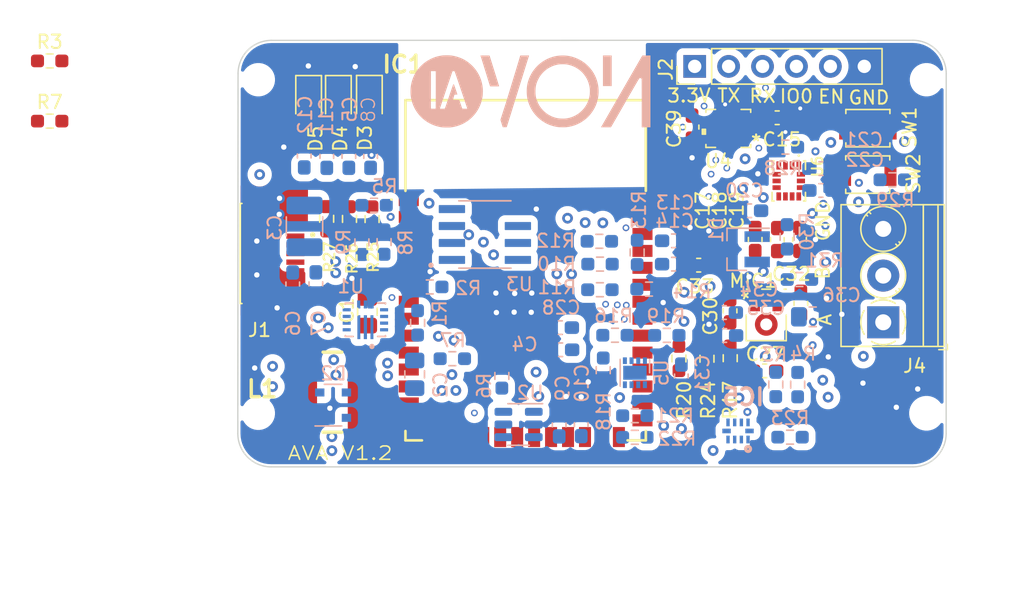
<source format=kicad_pcb>
(kicad_pcb (version 20241229) (generator "pcbnew") (generator_version "9.0")
  (title_block (title "Sensor") (date "2023-07-02") (rev "02") (company "Electronial") (comment 1 "Fiverr") (comment 2 "Property of Novo-AI") (comment 3 "@Copyright -- reserved"))
  (layers (0 "F.Cu" signal) (4 "In1.Cu" power) (6 "In2.Cu" mixed) (2 "B.Cu" signal) (13 "F.Paste" user) (15 "B.Paste" user) (5 "F.SilkS" user "F.Silkscreen") (7 "B.SilkS" user "B.Silkscreen") (1 "F.Mask" user) (3 "B.Mask" user) (25 "Edge.Cuts" user))
  (net 0 "")
  (net 1 "+5V")
  (net 2 "Earth")
  (net 3 "+3.3V")
  (net 4 "/ESP32 S3/GPIO0")
  (net 5 "/ESP32 S3/CHIP_PU")
  (net 6 "/Transceivers/Main_P")
  (net 7 "/Transceivers/Main_N")
  (net 8 "/ADC CONVERTER/AIN2")
  (net 9 "/Acoustic sensor/M1P_FILT")
  (net 10 "Net-(U5B-+)")
  (net 11 "Net-(C30-Pad1)")
  (net 12 "Net-(MIC1-OUT)")
  (net 13 "/D-")
  (net 14 "/D+")
  (net 15 "Net-(D3-A)")
  (net 16 "Net-(D4-A)")
  (net 17 "Net-(D5-A)")
  (net 18 "/ESP32 S3/GPIO4")
  (net 19 "/ESP32 S3/GPIO5")
  (net 20 "/ESP32 S3/GPIO6")
  (net 21 "/IO7")
  (net 22 "/IO15")
  (net 23 "/ESP32 S3/GPIO1")
  (net 24 "/D_MAIN")
  (net 25 "/R_MAIN")
  (net 26 "/CS")
  (net 27 "/ESP32 S3/GPIO3")
  (net 28 "/ESP32 S3/GPIO46")
  (net 29 "/DE_MAIN")
  (net 30 "/MOSI")
  (net 31 "/SCL")
  (net 32 "/SDA")
  (net 33 "/CLK")
  (net 34 "/ESP32 S3/GPIO17")
  (net 35 "/ESP32 S3/GPIO21")
  (net 36 "/ESP32 S3/GPIO47")
  (net 37 "/ESP32 S3/GPIO48")
  (net 38 "/ESP32 S3/GPIO45")
  (net 39 "/ESP32 S3/GPIO7")
  (net 40 "/CS0")
  (net 41 "/ESP32 S3/GPIO14")
  (net 42 "/ESP32 S3/GPIO2")
  (net 43 "/ESP32 S3/GPIO39")
  (net 44 "/ESP32 S3/GPIO40")
  (net 45 "/ESP32 S3/GPIO41")
  (net 46 "/ESP32 S3/GPIO42")
  (net 47 "/ESP32 S3/U0RXD")
  (net 48 "/ESP32 S3/U0TXD")
  (net 49 "/MISO")
  (net 50 "/IO2")
  (net 52 "/ADC CONVERTER/ALERT")
  (net 53 "/AIN_0")
  (net 54 "/AIN_1")
  (net 57 "Net-(U1-L1)")
  (net 58 "Net-(U1-L2)")
  (net 59 "Net-(U1-FB)")
  (net 60 "/Transceivers/A")
  (net 61 "/Transceivers/B")
  (net 62 "Net-(U5B--)")
  (net 63 "/DAC")
  (net 64 "Net-(U5A--)")
  (net 65 "/ESP32 S3/GPIO9")
  (net 66 "Net-(U6-CS)")
  (net 71 "Net-(U2-A0)")
  (net 72 "/ESP32 S3/GPIO10")
  (net 73 "/ESP32 S3/GPIO11")
  (net 74 "/ESP32 S3/GPIO13")
  (net 75 "/ESP32 S3/GPIO8")
  (net 76 "/ESP32 S3/GPIO18")
  (net 77 "/ESP32 S3/GPIO12")
  (net 78 "/SCK")
  (footprint "Capacitor_SMD:C_0603_1608Metric_Pad1.08x0.95mm_HandSolder" (layer "F.Cu") (at 169.32125 84.3475 90)
    (property "Reference" "C19" (at 2.1675 -4.70125 90) (layer "F.SilkS"))
    (property "Value" "33pF")
    (pad "1" smd roundrect (at -0.8625 0 90) (size 1.075 0.95) (layers "F.Cu" "F.Mask" "F.Paste") (net 2 "Earth"))
    (pad "2" smd roundrect (at 0.8625 0 90) (size 1.075 0.95) (layers "F.Cu" "F.Mask" "F.Paste") (net 3 "+3.3V"))
  )
  (footprint "Resistor_SMD:R_0603_1608Metric_Pad0.98x0.95mm_HandSolder" (layer "F.Cu") (at 135.62125 82.8075 -90)
    (property "Reference" "R26" (at 2.9675 -0.18 90) (layer "F.SilkS") (effects (font (size 0.8 0.8))))
    (property "Value" "470E")
    (pad "1" smd roundrect (at -0.9125 0 270) (size 0.975 0.95) (layers "F.Cu" "F.Mask" "F.Paste") (net 16 "Net-(D4-A)"))
    (pad "2" smd roundrect (at 0.9125 0 270) (size 0.975 0.95) (layers "F.Cu" "F.Mask" "F.Paste") (net 19 "/ESP32 S3/GPIO5"))
  )
  (footprint "Capacitor_SMD:C_0603_1608Metric_Pad1.08x0.95mm_HandSolder" (layer "F.Cu") (at 167.66125 84.3575 -90)
    (property "Reference" "C18" (at -2.1775 4.32125 90) (layer "F.SilkS"))
    (property "Value" "1nF")
    (pad "1" smd roundrect (at -0.8625 0 270) (size 1.075 0.95) (layers "F.Cu" "F.Mask" "F.Paste") (net 3 "+3.3V"))
    (pad "2" smd roundrect (at 0.8625 0 270) (size 1.075 0.95) (layers "F.Cu" "F.Mask" "F.Paste") (net 2 "Earth"))
  )
  (footprint "Capacitor_SMD:C_0603_1608Metric_Pad1.08x0.95mm_HandSolder" (layer "F.Cu") (at 169.42125 89.135 -90)
    (property "Reference" "C32" (at -2.2025 0.71 180) (layer "F.SilkS"))
    (property "Value" "0.1uF")
    (pad "1" smd roundrect (at -0.8625 0 270) (size 1.075 0.95) (layers "F.Cu" "F.Mask" "F.Paste") (net 3 "+3.3V"))
    (pad "2" smd roundrect (at 0.8625 0 270) (size 1.075 0.95) (layers "F.Cu" "F.Mask" "F.Paste") (net 2 "Earth"))
  )
  (footprint "Resistor_SMD:R_0603_1608Metric_Pad0.98x0.95mm_HandSolder" (layer "F.Cu") (at 113.169195 75.477146)
    (property "Reference" "R7" (at 0 -1.43 0) (layer "F.SilkS"))
    (property "Value" "10K 0.2W")
    (pad "1" smd roundrect (at -0.9125 0) (size 0.975 0.95) (layers "F.Cu" "F.Mask" "F.Paste") (net 4 "/ESP32 S3/GPIO0"))
    (pad "2" smd roundrect (at 0.9125 0) (size 0.975 0.95) (layers "F.Cu" "F.Mask" "F.Paste") (net 3 "+3.3V"))
  )
  (footprint "Connector_PinHeader_2.54mm:PinHeader_1x06_P2.54mm_Vertical" (layer "F.Cu") (at 161.47125 71.375 90)
    (property "Reference" "J2" (at -0.22 -2.16 90) (layer "F.SilkS"))
    (property "Value" "Debug")
    (pad "1" thru_hole rect (at 0 0 90) (size 1.7 1.7) (drill 1) (layers "*.Cu" "*.Mask") (net 3 "+3.3V"))
    (pad "2" thru_hole oval (at 0 2.54 90) (size 1.7 1.7) (drill 1) (layers "*.Cu" "*.Mask") (net 48 "/ESP32 S3/U0TXD"))
    (pad "3" thru_hole oval (at 0 5.08 90) (size 1.7 1.7) (drill 1) (layers "*.Cu" "*.Mask") (net 47 "/ESP32 S3/U0RXD"))
    (pad "4" thru_hole oval (at 0 7.62 90) (size 1.7 1.7) (drill 1) (layers "*.Cu" "*.Mask") (net 4 "/ESP32 S3/GPIO0"))
    (pad "5" thru_hole oval (at 0 10.16 90) (size 1.7 1.7) (drill 1) (layers "*.Cu" "*.Mask") (net 5 "/ESP32 S3/CHIP_PU"))
    (pad "6" thru_hole oval (at 0 12.7 90) (size 1.7 1.7) (drill 1) (layers "*.Cu" "*.Mask") (net 2 "Earth"))
  )
  (footprint "Capacitor_SMD:C_0603_1608Metric_Pad1.08x0.95mm_HandSolder" (layer "F.Cu") (at 166.71125 94.195 180)
    (property "Reference" "C27" (at -0.03 1.25 0) (layer "F.SilkS"))
    (property "Value" "10nF")
    (pad "1" smd roundrect (at -0.8625 0 180) (size 1.075 0.95) (layers "F.Cu" "F.Mask" "F.Paste") (net 2 "Earth"))
    (pad "2" smd roundrect (at 0.8625 0 180) (size 1.075 0.95) (layers "F.Cu" "F.Mask" "F.Paste") (net 9 "/Acoustic sensor/M1P_FILT"))
  )
  (footprint "LED_SMD:LED_0805_2012Metric_Pad1.15x1.40mm_HandSolder" (layer "F.Cu") (at 137.11 73.9175 -90)
    (property "Reference" "D3" (at 2.8325 0.335 90) (layer "F.SilkS"))
    (property "Value" "LED")
    (pad "1" smd roundrect (at -1.025 0 270) (size 1.15 1.4) (layers "F.Cu" "F.Mask" "F.Paste") (roundrect_rratio 0.2173913043) (net 2 "Earth"))
    (pad "2" smd roundrect (at 1.025 0 270) (size 1.15 1.4) (layers "F.Cu" "F.Mask" "F.Paste") (roundrect_rratio 0.2173913043) (net 15 "Net-(D3-A)"))
  )
  (footprint "Capacitor_SMD:C_0603_1608Metric_Pad1.08x0.95mm_HandSolder" (layer "F.Cu") (at 161.77125 86.275 180)
    (property "Reference" "C33" (at 0.28 -1.59 180) (layer "F.SilkS"))
    (property "Value" "1uF")
    (pad "1" smd roundrect (at -0.8625 0 180) (size 1.075 0.95) (layers "F.Cu" "F.Mask" "F.Paste") (net 3 "+3.3V"))
    (pad "2" smd roundrect (at 0.8625 0 180) (size 1.075 0.95) (layers "F.Cu" "F.Mask" "F.Paste") (net 2 "Earth"))
  )
  (footprint "Button_Switch_SMD:SW_SPST_B3U-1000P" (layer "F.Cu") (at 174.440615 76.007104 180)
    (property "Reference" "SW1" (at -3.125 0.075 90) (layer "F.SilkS"))
    (property "Value" "SW_SPST")
    (pad "1" smd rect (at -1.7 0 180) (size 0.9 1.7) (layers "F.Cu" "F.Mask" "F.Paste") (net 2 "Earth"))
    (pad "2" smd rect (at 1.7 0 180) (size 0.9 1.7) (layers "F.Cu" "F.Mask" "F.Paste") (net 4 "/ESP32 S3/GPIO0"))
  )
  (footprint "Footprint:ESP32S3WROOM1N4" (layer "F.Cu") (at 148.81125 86.655)
    (property "Reference" "IC1" (at -9.16125 -15.43 0) (layer "F.SilkS") (effects (font (size 1.27 1.27) (thickness 0.254))))
    (property "Value" "ESP32-S3-WROOM-1-N16R2" (hide yes))
    (pad "1" smd rect (at -8.75 -5.26 90) (size 0.9 1.5) (layers "F.Cu" "F.Mask" "F.Paste") (net 2 "Earth"))
    (pad "2" smd rect (at -8.75 -3.99 90) (size 0.9 1.5) (layers "F.Cu" "F.Mask" "F.Paste") (net 3 "+3.3V"))
    (pad "3" smd rect (at -8.75 -2.72 90) (size 0.9 1.5) (layers "F.Cu" "F.Mask" "F.Paste") (net 5 "/ESP32 S3/CHIP_PU"))
    (pad "4" smd rect (at -8.75 -1.45 90) (size 0.9 1.5) (layers "F.Cu" "F.Mask" "F.Paste") (net 18 "/ESP32 S3/GPIO4"))
    (pad "5" smd rect (at -8.75 -0.18 90) (size 0.9 1.5) (layers "F.Cu" "F.Mask" "F.Paste") (net 19 "/ESP32 S3/GPIO5"))
    (pad "6" smd rect (at -8.75 1.09 90) (size 0.9 1.5) (layers "F.Cu" "F.Mask" "F.Paste") (net 20 "/ESP32 S3/GPIO6"))
    (pad "7" smd rect (at -8.75 2.36 90) (size 0.9 1.5) (layers "F.Cu" "F.Mask" "F.Paste") (net 39 "/ESP32 S3/GPIO7"))
    (pad "8" smd rect (at -8.75 3.63 90) (size 0.9 1.5) (layers "F.Cu" "F.Mask" "F.Paste") (net 22 "/IO15"))
    (pad "9" smd rect (at -8.75 4.9 90) (size 0.9 1.5) (layers "F.Cu" "F.Mask" "F.Paste") (net 22 "/IO15"))
    (pad "10" smd rect (at -8.75 6.17 90) (size 0.9 1.5) (layers "F.Cu" "F.Mask" "F.Paste") (net 34 "/ESP32 S3/GPIO17"))
    (pad "11" smd rect (at -8.75 7.44 90) (size 0.9 1.5) (layers "F.Cu" "F.Mask" "F.Paste") (net 76 "/ESP32 S3/GPIO18"))
    (pad "12" smd rect (at -8.75 8.71 90) (size 0.9 1.5) (layers "F.Cu" "F.Mask" "F.Paste") (net 75 "/ESP32 S3/GPIO8"))
    (pad "13" smd rect (at -8.75 9.98 90) (size 0.9 1.5) (layers "F.Cu" "F.Mask" "F.Paste") (net 13 "/D-"))
    (pad "14" smd rect (at -8.75 11.25 90) (size 0.9 1.5) (layers "F.Cu" "F.Mask" "F.Paste") (net 14 "/D+"))
    (pad "15" smd rect (at -6.985 12.5) (size 0.9 1.5) (layers "F.Cu" "F.Mask" "F.Paste") (net 27 "/ESP32 S3/GPIO3"))
    (pad "16" smd rect (at -5.715 12.5) (size 0.9 1.5) (layers "F.Cu" "F.Mask" "F.Paste") (net 28 "/ESP32 S3/GPIO46"))
    (pad "17" smd rect (at -4.445 12.5) (size 0.9 1.5) (layers "F.Cu" "F.Mask" "F.Paste") (net 65 "/ESP32 S3/GPIO9"))
    (pad "18" smd rect (at -3.175 12.5) (size 0.9 1.5) (layers "F.Cu" "F.Mask" "F.Paste") (net 72 "/ESP32 S3/GPIO10"))
    (pad "19" smd rect (at -1.905 12.5) (size 0.9 1.5) (layers "F.Cu" "F.Mask" "F.Paste") (net 73 "/ESP32 S3/GPIO11"))
    (pad "20" smd rect (at -0.635 12.5) (size 0.9 1.5) (layers "F.Cu" "F.Mask" "F.Paste") (net 77 "/ESP32 S3/GPIO12"))
    (pad "21" smd rect (at 0.635 12.5) (size 0.9 1.5) (layers "F.Cu" "F.Mask" "F.Paste") (net 74 "/ESP32 S3/GPIO13"))
    (pad "22" smd rect (at 1.905 12.5) (size 0.9 1.5) (layers "F.Cu" "F.Mask" "F.Paste") (net 41 "/ESP32 S3/GPIO14"))
    (pad "23" smd rect (at 3.175 12.5) (size 0.9 1.5) (layers "F.Cu" "F.Mask" "F.Paste") (net 35 "/ESP32 S3/GPIO21"))
    (pad "24" smd rect (at 4.445 12.5) (size 0.9 1.5) (layers "F.Cu" "F.Mask" "F.Paste") (net 36 "/ESP32 S3/GPIO47"))
    (pad "25" smd rect (at 5.715 12.5) (size 0.9 1.5) (layers "F.Cu" "F.Mask" "F.Paste") (net 37 "/ESP32 S3/GPIO48"))
    (pad "26" smd rect (at 6.985 12.5) (size 0.9 1.5) (layers "F.Cu" "F.Mask" "F.Paste") (net 38 "/ESP32 S3/GPIO45"))
    (pad "27" smd rect (at 8.75 11.25 90) (size 0.9 1.5) (layers "F.Cu" "F.Mask" "F.Paste") (net 4 "/ESP32 S3/GPIO0"))
    (pad "28" smd rect (at 8.75 9.98 90) (size 0.9 1.5) (layers "F.Cu" "F.Mask" "F.Paste") (net 78 "/SCK"))
    (pad "29" smd rect (at 8.75 8.71 90) (size 0.9 1.5) (layers "F.Cu" "F.Mask" "F.Paste") (net 40 "/CS0"))
    (pad "30" smd rect (at 8.75 7.44 90) (size 0.9 1.5) (layers "F.Cu" "F.Mask" "F.Paste") (net 30 "/MOSI"))
    (pad "31" smd rect (at 8.75 6.17 90) (size 0.9 1.5) (layers "F.Cu" "F.Mask" "F.Paste") (net 49 "/MISO"))
    (pad "32" smd rect (at 8.75 4.9 90) (size 0.9 1.5) (layers "F.Cu" "F.Mask" "F.Paste") (net 43 "/ESP32 S3/GPIO39"))
    (pad "33" smd rect (at 8.75 3.63 90) (size 0.9 1.5) (layers "F.Cu" "F.Mask" "F.Paste") (net 44 "/ESP32 S3/GPIO40"))
    (pad "34" smd rect (at 8.75 2.36 90) (size 0.9 1.5) (layers "F.Cu" "F.Mask" "F.Paste") (net 45 "/ESP32 S3/GPIO41"))
    (pad "35" smd rect (at 8.75 1.09 90) (size 0.9 1.5) (layers "F.Cu" "F.Mask" "F.Paste") (net 46 "/ESP32 S3/GPIO42"))
    (pad "36" smd rect (at 8.75 -0.18 90) (size 0.9 1.5) (layers "F.Cu" "F.Mask" "F.Paste") (net 47 "/ESP32 S3/U0RXD"))
    (pad "37" smd rect (at 8.75 -1.45 90) (size 0.9 1.5) (layers "F.Cu" "F.Mask" "F.Paste") (net 48 "/ESP32 S3/U0TXD"))
    (pad "38" smd rect (at 8.75 -2.72 90) (size 0.9 1.5) (layers "F.Cu" "F.Mask" "F.Paste") (net 42 "/ESP32 S3/GPIO2"))
    (pad "39" smd rect (at 8.75 -3.99 90) (size 0.9 1.5) (layers "F.Cu" "F.Mask" "F.Paste") (net 23 "/ESP32 S3/GPIO1"))
    (pad "40" smd rect (at 8.75 -5.26 90) (size 0.9 1.5) (layers "F.Cu" "F.Mask" "F.Paste") (net 2 "Earth"))
    (pad "41" smd rect (at -1.5 2.46) (size 0.9 0.9) (layers "F.Cu" "F.Mask" "F.Paste") (net 2 "Earth"))
    (pad "42" smd rect (at -2.9 1.06) (size 0.9 0.9) (layers "F.Cu" "F.Mask" "F.Paste") (net 2 "Earth"))
    (pad "43" smd rect (at -2.9 2.46) (size 0.9 0.9) (layers "F.Cu" "F.Mask" "F.Paste") (net 2 "Earth"))
    (pad "44" smd rect (at -2.9 3.86) (size 0.9 0.9) (layers "F.Cu" "F.Mask" "F.Paste") (net 2 "Earth"))
    (pad "45" smd rect (at -1.5 3.86) (size 0.9 0.9) (layers "F.Cu" "F.Mask" "F.Paste") (net 2 "Earth"))
    (pad "46" smd rect (at -0.1 3.86) (size 0.9 0.9) (layers "F.Cu" "F.Mask" "F.Paste") (net 2 "Earth"))
    (pad "47" smd rect (at -0.1 2.46) (size 0.9 0.9) (layers "F.Cu" "F.Mask" "F.Paste") (net 2 "Earth"))
    (pad "48" smd rect (at -0.1 1.06) (size 0.9 0.9) (layers "F.Cu" "F.Mask" "F.Paste") (net 2 "Earth"))
    (pad "49" smd rect (at -1.5 1.06) (size 0.9 0.9) (layers "F.Cu" "F.Mask" "F.Paste") (net 2 "Earth"))
  )
  (footprint "Footprint:SRN60451R0Y" (layer "F.Cu") (at 134.34125 95.795 180)
    (property "Reference" "L1" (at 5.26 0.24 0) (layer "F.SilkS") (effects (font (size 1.27 1.27) (thickness 0.254))))
    (property "Value" "SRN60451R0Y" (hide yes))
    (pad "1" smd rect (at -2.15 0 180) (size 2 6) (layers "F.Cu" "F.Mask" "F.Paste") (net 58 "Net-(U1-L2)"))
    (pad "2" smd rect (at 2.15 0 180) (size 2 6) (layers "F.Cu" "F.Mask" "F.Paste") (net 57 "Net-(U1-L1)"))
  )
  (footprint "Capacitor_SMD:C_0603_1608Metric_Pad1.08x0.95mm_HandSolder" (layer "F.Cu") (at 164.12125 89.695 90)
    (property "Reference" "C30" (at -0.4 -1.48 90) (layer "F.SilkS"))
    (property "Value" "1uF")
    (pad "1" smd roundrect (at -0.8625 0 90) (size 1.075 0.95) (layers "F.Cu" "F.Mask" "F.Paste") (net 11 "Net-(C30-Pad1)"))
    (pad "2" smd roundrect (at 0.8625 0 90) (size 1.075 0.95) (layers "F.Cu" "F.Mask" "F.Paste") (net 12 "Net-(MIC1-OUT)"))
  )
  (footprint "MountingHole:MountingHole_2mm" (layer "F.Cu") (at 178.83125 72.375)
    (property "Reference" "H2" (hide yes))
    (property "Value" "MountingHole")
    (pad "" np_thru_hole circle (at 0 0) (size 2 2) (drill 2) (layers "*.Cu" "*.Mask"))
  )
  (footprint "Resistor_SMD:R_0603_1608Metric_Pad0.98x0.95mm_HandSolder" (layer "F.Cu") (at 160.29125 93.265 90)
    (property "Reference" "R20" (at -3.11 0.39 90) (layer "F.SilkS"))
    (property "Value" "0E")
    (pad "1" smd roundrect (at -0.9125 0 90) (size 0.975 0.95) (layers "F.Cu" "F.Mask" "F.Paste") (net 53 "/AIN_0"))
    (pad "2" smd roundrect (at 0.9125 0 90) (size 0.975 0.95) (layers "F.Cu" "F.Mask" "F.Paste") (net 63 "/DAC"))
  )
  (footprint "TerminalBlock_Phoenix:TerminalBlock_Phoenix_PT-1,5-3-3.5-H_1x03_P3.50mm_Horizontal" (layer "F.Cu") (at 175.59125 90.555 90)
    (property "Reference" "J4" (at -3.27 2.35 180) (layer "F.SilkS"))
    (property "Value" "Screw_Terminal_01x03")
    (pad "1" thru_hole rect (at 0 0 90) (size 2.4 2.4) (drill 1.2) (layers "*.Cu" "*.Mask") (net 6 "/Transceivers/Main_P"))
    (pad "2" thru_hole circle (at 3.5 0 90) (size 2.4 2.4) (drill 1.2) (layers "*.Cu" "*.Mask") (net 7 "/Transceivers/Main_N"))
    (pad "3" thru_hole circle (at 7 0 90) (size 2.4 2.4) (drill 1.2) (layers "*.Cu" "*.Mask") (net 2 "Earth"))
  )
  (footprint "Button_Switch_SMD:SW_SPST_B3U-1000P" (layer "F.Cu") (at 174.43125 79.485 180)
    (property "Reference" "SW2" (at -3.42 0.06 90) (layer "F.SilkS"))
    (property "Value" "SW_SPST")
    (pad "1" smd rect (at -1.7 0 180) (size 0.9 1.7) (layers "F.Cu" "F.Mask" "F.Paste") (net 2 "Earth"))
    (pad "2" smd rect (at 1.7 0 180) (size 0.9 1.7) (layers "F.Cu" "F.Mask" "F.Paste") (net 5 "/ESP32 S3/CHIP_PU"))
  )
  (footprint "LED_SMD:LED_0805_2012Metric_Pad1.15x1.40mm_HandSolder" (layer "F.Cu") (at 134.79 73.925 -90)
    (property "Reference" "D4" (at 2.875 -0.135 90) (layer "F.SilkS"))
    (property "Value" "LED")
    (pad "1" smd roundrect (at -1.025 0 270) (size 1.15 1.4) (layers "F.Cu" "F.Mask" "F.Paste") (roundrect_rratio 0.2173913043) (net 2 "Earth"))
    (pad "2" smd roundrect (at 1.025 0 270) (size 1.15 1.4) (layers "F.Cu" "F.Mask" "F.Paste") (roundrect_rratio 0.2173913043) (net 16 "Net-(D4-A)"))
  )
  (footprint "Resistor_SMD:R_0603_1608Metric_Pad0.98x0.95mm_HandSolder" (layer "F.Cu") (at 113.169195 70.967146)
    (property "Reference" "R3" (at 0 -1.43 0) (layer "F.SilkS"))
    (property "Value" "10K")
    (pad "1" smd roundrect (at -0.9125 0) (size 0.975 0.95) (layers "F.Cu" "F.Mask" "F.Paste") (net 2 "Earth"))
    (pad "2" smd roundrect (at 0.9125 0) (size 0.975 0.95) (layers "F.Cu" "F.Mask" "F.Paste") (net 40 "/CS0"))
  )
  (footprint "Resistor_SMD:R_0603_1608Metric_Pad0.98x0.95mm_HandSolder" (layer "F.Cu") (at 133.91125 82.7975 -90)
    (property "Reference" "R27" (at 2.8675 -0.21 90) (layer "F.SilkS") (effects (font (size 0.8 0.8))))
    (property "Value" "470E")
    (pad "1" smd roundrect (at -0.9125 0 270) (size 0.975 0.95) (layers "F.Cu" "F.Mask" "F.Paste") (net 17 "Net-(D5-A)"))
    (pad "2" smd roundrect (at 0.9125 0 270) (size 0.975 0.95) (layers "F.Cu" "F.Mask" "F.Paste") (net 20 "/ESP32 S3/GPIO6"))
  )
  (footprint "Resistor_SMD:R_0603_1608Metric_Pad0.98x0.95mm_HandSolder" (layer "F.Cu") (at 164.13125 93.245 90)
    (property "Reference" "R17" (at -3.15 -0.01 90) (layer "F.SilkS"))
    (property "Value" "160E")
    (pad "1" smd roundrect (at -0.9125 0 90) (size 0.975 0.95) (layers "F.Cu" "F.Mask" "F.Paste") (net 9 "/Acoustic sensor/M1P_FILT"))
    (pad "2" smd roundrect (at 0.9125 0 90) (size 0.975 0.95) (layers "F.Cu" "F.Mask" "F.Paste") (net 11 "Net-(C30-Pad1)"))
  )
  (footprint "Capacitor_SMD:C_0603_1608Metric_Pad1.08x0.95mm_HandSolder" (layer "F.Cu") (at 161.275 75.925 90)
    (property "Reference" "C39" (at -0.125 -1.35 90) (layer "F.SilkS"))
    (property "Value" "0.1uF")
    (pad "1" smd roundrect (at -0.8625 0 90) (size 1.075 0.95) (layers "F.Cu" "F.Mask" "F.Paste") (net 2 "Earth"))
    (pad "2" smd roundrect (at 0.8625 0 90) (size 1.075 0.95) (layers "F.Cu" "F.Mask" "F.Paste") (net 3 "+3.3V"))
  )
  (footprint "Footprint:IMP23ABSUTR" (layer "F.Cu") (at 166.82875 90.0034 90)
    (property "Reference" "MIC1" (at 2.5584 -0.9775 180) (layer "F.SilkS"))
    (property "Value" "IMP23ABSUTR" (hide yes))
    (fp_text user "*" (at 1.47 -1.27 90) (layer "F.SilkS"))
    (pad "" np_thru_hole circle (at -0.7134 0 90) (size 0.508 0.508) (drill 0.508) (layers "*.Cu" "*.Mask"))
    (pad "1" smd rect (at 1.3606 -0.8375 90) (size 0.5334 0.7366) (layers "F.Cu" "F.Mask" "F.Paste") (net 12 "Net-(MIC1-OUT)"))
    (pad "2" smd rect (at 0.5384 -0.8375 90) (size 0.5334 0.7366) (layers "F.Cu" "F.Mask" "F.Paste") (net 2 "Earth"))
    (pad "3" smd rect (at -1.3738 0 90) (size 0.3 0.3) (layers "F.Cu" "F.Mask" "F.Paste") (net 2 "Earth"))
    (pad "4" smd rect (at 0.5384 0.8375 90) (size 0.5334 0.7366) (layers "F.Cu" "F.Mask" "F.Paste") (net 2 "Earth"))
    (pad "5" smd rect (at 1.3606 0.8375 90) (size 0.5334 0.7366) (layers "F.Cu" "F.Mask" "F.Paste") (net 3 "+3.3V"))
  )
  (footprint "Footprint:AMPHENOL_10118192-0002LF" (layer "F.Cu") (at 131.56625 85.4 -90)
    (property "Reference" "J1" (at 5.73425 2.68 0) (layer "F.SilkS"))
    (property "Value" "10118192-0002LF")
    (pad "1" smd rect (at -1.3 0 270) (size 0.4 1.35) (layers "F.Cu" "F.Mask" "F.Paste") (net 1 "+5V"))
    (pad "2" smd rect (at -0.65 0 270) (size 0.4 1.35) (layers "F.Cu" "F.Mask" "F.Paste") (net 13 "/D-"))
    (pad "3" smd rect (at 0 0 270) (size 0.4 1.35) (layers "F.Cu" "F.Mask" "F.Paste") (net 14 "/D+"))
    (pad "4" smd rect (at 0.65 0 270) (size 0.4 1.35) (layers "F.Cu" "F.Mask" "F.Paste"))
    (pad "5" smd rect (at 1.3 0 270) (size 0.4 1.35) (layers "F.Cu" "F.Mask" "F.Paste") (net 2 "Earth"))
    (pad "S1" smd rect (at -3.1 0.125 270) (size 2.1 1.6) (layers "F.Cu" "F.Mask" "F.Paste") (net 2 "Earth"))
    (pad "S2" smd rect (at 3.1 0.125 270) (size 2.1 1.6) (layers "F.Cu" "F.Mask" "F.Paste") (net 2 "Earth"))
    (pad "S3" smd rect (at -3.8 2.675 270) (size 1.8 1.9) (layers "F.Cu" "F.Mask" "F.Paste") (net 2 "Earth"))
    (pad "S4" smd rect (at -1.2 2.675 270) (size 1.9 1.9) (layers "F.Cu" "F.Mask" "F.Paste") (net 2 "Earth"))
    (pad "S5" smd rect (at 1.2 2.675 270) (size 1.9 1.9) (layers "F.Cu" "F.Mask" "F.Paste") (net 2 "Earth"))
    (pad "S6" smd rect (at 3.8 2.675 270) (size 1.8 1.9) (layers "F.Cu" "F.Mask" "F.Paste") (net 2 "Earth"))
  )
  (footprint "MountingHole:MountingHole_2mm" (layer "F.Cu") (at 128.79125 97.375)
    (property "Reference" "H4" (hide yes))
    (property "Value" "MountingHole")
    (pad "" np_thru_hole circle (at 0 0) (size 2 2) (drill 2) (layers "*.Cu" "*.Mask"))
  )
  (footprint "Resistor_SMD:R_0603_1608Metric_Pad0.98x0.95mm_HandSolder" (layer "F.Cu") (at 162.39125 93.2875 -90)
    (property "Reference" "R24" (at 3.0975 -0.09 90) (layer "F.SilkS"))
    (property "Value" "10K")
    (pad "1" smd roundrect (at -0.9125 0 270) (size 0.975 0.95) (layers "F.Cu" "F.Mask" "F.Paste") (net 11 "Net-(C30-Pad1)"))
    (pad "2" smd roundrect (at 0.9125 0 270) (size 0.975 0.95) (layers "F.Cu" "F.Mask" "F.Paste") (net 53 "/AIN_0"))
  )
  (footprint "Capacitor_SMD:C_0603_1608Metric_Pad1.08x0.95mm_HandSolder" (layer "F.Cu") (at 167.65 75.225)
    (property "Reference" "C15" (at 0.35 1.625 0) (layer "F.SilkS"))
    (property "Value" "0.1uF")
    (pad "1" smd roundrect (at -0.8625 0) (size 1.075 0.95) (layers "F.Cu" "F.Mask" "F.Paste") (net 3 "+3.3V"))
    (pad "2" smd roundrect (at 0.8625 0) (size 1.075 0.95) (layers "F.Cu" "F.Mask" "F.Paste") (net 2 "Earth"))
  )
  (footprint "Capacitor_SMD:C_0805_2012Metric_Pad1.18x1.45mm_HandSolder" (layer "F.Cu") (at 136.96125 89.765 -90)
    (property "Reference" "C1" (at -0.09 1.54 90) (layer "F.SilkS"))
    (property "Value" "10uF")
    (pad "1" smd roundrect (at -1.0375 0 270) (size 1.175 1.45) (layers "F.Cu" "F.Mask" "F.Paste") (roundrect_rratio 0.2127659574) (net 1 "+5V"))
    (pad "2" smd roundrect (at 1.0375 0 270) (size 1.175 1.45) (layers "F.Cu" "F.Mask" "F.Paste") (roundrect_rratio 0.2127659574) (net 2 "Earth"))
  )
  (footprint "MountingHole:MountingHole_2mm" (layer "F.Cu") (at 128.79125 72.375)
    (property "Reference" "H1" (hide yes))
    (property "Value" "MountingHole")
    (pad "" np_thru_hole circle (at 0 0) (size 2 2) (drill 2) (layers "*.Cu" "*.Mask"))
  )
  (footprint "Footprint:PQFN50P250X300X86-14N" (layer "F.Cu") (at 168.51625 79.9625 -90)
    (property "Reference" "U6" (at -1.0875 -2.15 90) (layer "F.SilkS") (effects (font (size 0.8 0.8))))
    (property "Value" "ISM330DLCTR")
    (pad "1" smd roundrect (at -1.16 -0.75 90) (size 0.61 0.35) (layers "F.Cu" "F.Mask" "F.Paste") (roundrect_rratio 0.02) (net 49 "/MISO"))
    (pad "2" smd roundrect (at -1.16 -0.25 90) (size 0.61 0.35) (layers "F.Cu" "F.Mask" "F.Paste") (roundrect_rratio 0.02) (net 2 "Earth"))
    (pad "3" smd roundrect (at -1.16 0.25 90) (size 0.61 0.35) (layers "F.Cu" "F.Mask" "F.Paste") (roundrect_rratio 0.02) (net 2 "Earth"))
    (pad "4" smd roundrect (at -1.16 0.75 90) (size 0.61 0.35) (layers "F.Cu" "F.Mask" "F.Paste") (roundrect_rratio 0.02) (net 22 "/IO15"))
    (pad "5" smd roundrect (at -0.5 0.91 180) (size 0.61 0.35) (layers "F.Cu" "F.Mask" "F.Paste") (roundrect_rratio 0.02) (net 3 "+3.3V"))
    (pad "6" smd roundrect (at 0 0.91 180) (size 0.61 0.35) (layers "F.Cu" "F.Mask" "F.Paste") (roundrect_rratio 0.02) (net 2 "Earth"))
    (pad "7" smd roundrect (at 0.5 0.91 180) (size 0.61 0.35) (layers "F.Cu" "F.Mask" "F.Paste") (roundrect_rratio 0.02) (net 2 "Earth"))
    (pad "8" smd roundrect (at 1.16 0.75 270) (size 0.61 0.35) (layers "F.Cu" "F.Mask" "F.Paste") (roundrect_rratio 0.02) (net 3 "+3.3V"))
    (pad "9" smd roundrect (at 1.16 0.25 270) (size 0.61 0.35) (layers "F.Cu" "F.Mask" "F.Paste") (roundrect_rratio 0.02) (net 22 "/IO15"))
    (pad "10" smd roundrect (at 1.16 -0.25 270) (size 0.61 0.35) (layers "F.Cu" "F.Mask" "F.Paste") (roundrect_rratio 0.02))
    (pad "11" smd roundrect (at 1.16 -0.75 270) (size 0.61 0.35) (layers "F.Cu" "F.Mask" "F.Paste") (roundrect_rratio 0.02))
    (pad "12" smd roundrect (at 0.5 -0.91) (size 0.61 0.35) (layers "F.Cu" "F.Mask" "F.Paste") (roundrect_rratio 0.02) (net 40 "/CS0"))
    (pad "13" smd roundrect (at 0 -0.91) (size 0.61 0.35) (layers "F.Cu" "F.Mask" "F.Paste") (roundrect_rratio 0.02) (net 78 "/SCK"))
    (pad "14" smd roundrect (at -0.5 -0.91) (size 0.61 0.35) (layers "F.Cu" "F.Mask" "F.Paste") (roundrect_rratio 0.02) (net 30 "/MOSI"))
  )
  (footprint "Capacitor_SMD:C_0603_1608Metric_Pad1.08x0.95mm_HandSolder" (layer "F.Cu") (at 166.00125 84.3475 -90)
    (property "Reference" "C17" (at -2.1675 3.93125 90) (layer "F.SilkS"))
    (property "Value" "0.1uF")
    (pad "1" smd roundrect (at -0.8625 0 270) (size 1.075 0.95) (layers "F.Cu" "F.Mask" "F.Paste") (net 3 "+3.3V"))
    (pad "2" smd roundrect (at 0.8625 0 270) (size 1.075 0.95) (layers "F.Cu" "F.Mask" "F.Paste") (net 2 "Earth"))
  )
  (footprint "Resistor_SMD:R_0603_1608Metric_Pad0.98x0.95mm_HandSolder" (layer "F.Cu") (at 137.31125 82.8175 -90)
    (property "Reference" "R25" (at 2.8475 -0.08 90) (layer "F.SilkS") (effects (font (size 0.8 0.8))))
    (property "Value" "470E")
    (pad "1" smd roundrect (at -0.9125 0 270) (size 0.975 0.95) (layers "F.Cu" "F.Mask" "F.Paste") (net 15 "Net-(D3-A)"))
    (pad "2" smd roundrect (at 0.9125 0 270) (size 0.975 0.95) (layers "F.Cu" "F.Mask" "F.Paste") (net 18 "/ESP32 S3/GPIO4"))
  )
  (footprint "MountingHole:MountingHole_2mm" (layer "F.Cu") (at 178.83125 97.375 90)
    (property "Reference" "H3" (hide yes))
    (property "Value" "MountingHole")
    (pad "" np_thru_hole circle (at 0 0 90) (size 2.1 2.1) (drill 2.1) (layers "F&B.Cu" "*.Mask"))
  )
  (footprint "LED_SMD:LED_0805_2012Metric_Pad1.15x1.40mm_HandSolder" (layer "F.Cu") (at 132.56 73.925 -90)
    (property "Reference" "D5" (at 2.875 -0.515 90) (layer "F.SilkS"))
    (property "Value" "LED")
    (pad "1" smd roundrect (at -1.025 0 270) (size 1.15 1.4) (layers "F.Cu" "F.Mask" "F.Paste") (roundrect_rratio 0.2173913043) (net 2 "Earth"))
    (pad "2" smd roundrect (at 1.025 0 270) (size 1.15 1.4) (layers "F.Cu" "F.Mask" "F.Paste") (roundrect_rratio 0.2173913043) (net 17 "Net-(D5-A)"))
  )
  (footprint "Footprint:IIS3DWBTR" (layer "F.Cu") (at 163.9887 76.025 180)
    (property "Reference" "U4" (at 0.7387 -2.45 0) (layer "F.SilkS"))
    (property "Value" "IIS3DWBTR" (hide yes))
    (fp_text user "*" (at -2.0828 -1 0) (layer "F.SilkS"))
    (fp_text user "*" (at -2.0828 -1 0) (layer "F.SilkS"))
    (pad "1" smd rect (at -1.2103 -0.750001 270) (size 0.351536 0.57658) (layers "F.Cu" "F.Mask" "F.Paste") (net 49 "/MISO"))
    (pad "2" smd rect (at -1.2103 -0.25 270) (size 0.351536 0.57658) (layers "F.Cu" "F.Mask" "F.Paste") (net 3 "+3.3V"))
    (pad "3" smd rect (at -1.2103 0.25 270) (size 0.351536 0.57658) (layers "F.Cu" "F.Mask" "F.Paste") (net 3 "+3.3V"))
    (pad "4" smd rect (at -1.2103 0.750001 270) (size 0.351536 0.57658) (layers "F.Cu" "F.Mask" "F.Paste") (net 50 "/IO2"))
    (pad "5" smd rect (at -0.499999 0.9563 180) (size 0.351536 0.57658) (layers "F.Cu" "F.Mask" "F.Paste") (net 3 "+3.3V"))
    (pad "6" smd rect (at 0 0.9563 180) (size 0.351536 0.57658) (layers "F.Cu" "F.Mask" "F.Paste") (net 2 "Earth"))
    (pad "7" smd rect (at 0.499999 0.9563 180) (size 0.351536 0.57658) (layers "F.Cu" "F.Mask" "F.Paste") (net 2 "Earth"))
    (pad "8" smd rect (at 1.2103 0.750001 270) (size 0.351536 0.57658) (layers "F.Cu" "F.Mask" "F.Paste") (net 3 "+3.3V"))
    (pad "9" smd rect (at 1.2103 0.25 270) (size 0.351536 0.57658) (layers "F.Cu" "F.Mask" "F.Paste") (net 21 "/IO7"))
    (pad "10" smd rect (at 1.2103 -0.25 270) (size 0.351536 0.57658) (layers "F.Cu" "F.Mask" "F.Paste"))
    (pad "11" smd rect (at 1.2103 -0.750001 270) (size 0.351536 0.57658) (layers "F.Cu" "F.Mask" "F.Paste"))
    (pad "12" smd rect (at 0.499999 -0.9563 180) (size 0.351536 0.57658) (layers "F.Cu" "F.Mask" "F.Paste") (net 26 "/CS"))
    (pad "13" smd rect (at 0 -0.9563 180) (size 0.351536 0.57658) (layers "F.Cu" "F.Mask" "F.Paste") (net 33 "/CLK"))
    (pad "14" smd rect (at -0.499999 -0.9563 180) (size 0.351536 0.57658) (layers "F.Cu" "F.Mask" "F.Paste") (net 30 "/MOSI"))
  )
  (footprint "Package_DFN_QFN:DFN-8-1EP_2x2mm_P0.5mm_EP1.05x1.75mm" (layer "B.Cu") (at 156.99375 94.335 90)
    (property "Reference" "U5" (at 0 2 90) (layer "B.SilkS") (effects (justify mirror)))
    (property "Value" "TSV912IQ2T")
    (pad "1" smd rect (at -0.9 0.75 90) (size 0.5 0.3) (layers "B.Cu" "B.Mask" "B.Paste") (net 54 "/AIN_1"))
    (pad "2" smd rect (at -0.9 0.25 90) (size 0.5 0.3) (layers "B.Cu" "B.Mask" "B.Paste") (net 64 "Net-(U5A--)"))
    (pad "3" smd rect (at -0.9 -0.25 90) (size 0.5 0.3) (layers "B.Cu" "B.Mask" "B.Paste") (net 9 "/Acoustic sensor/M1P_FILT"))
    (pad "4" smd rect (at -0.9 -0.75 90) (size 0.5 0.3) (layers "B.Cu" "B.Mask" "B.Paste") (net 2 "Earth"))
    (pad "5" smd rect (at 0.9 -0.75 90) (size 0.5 0.3) (layers "B.Cu" "B.Mask" "B.Paste") (net 10 "Net-(U5B-+)"))
    (pad "6" smd rect (at 0.9 -0.25 90) (size 0.5 0.3) (layers "B.Cu" "B.Mask" "B.Paste") (net 62 "Net-(U5B--)"))
    (pad "7" smd rect (at 0.9 0.25 90) (size 0.5 0.3) (layers "B.Cu" "B.Mask" "B.Paste") (net 62 "Net-(U5B--)"))
    (pad "8" smd rect (at 0.9 0.75 90) (size 0.5 0.3) (layers "B.Cu" "B.Mask" "B.Paste") (net 3 "+3.3V"))
    (pad "9" smd rect (at 0 0 90) (size 1.05 1.75) (layers "B.Cu" "B.Mask"))
  )
  (footprint "Resistor_SMD:R_0603_1608Metric_Pad0.98x0.95mm_HandSolder" (layer "B.Cu") (at 155.50125 91.525)
    (property "Reference" "R16" (at -0.1 -1.46 0) (layer "B.SilkS") (effects (justify mirror)))
    (property "Value" "1M")
    (pad "1" smd roundrect (at -0.9125 0) (size 0.975 0.95) (layers "B.Cu" "B.Mask" "B.Paste") (net 10 "Net-(U5B-+)"))
    (pad "2" smd roundrect (at 0.9125 0) (size 0.975 0.95) (layers "B.Cu" "B.Mask" "B.Paste") (net 3 "+3.3V"))
  )
  (footprint "Resistor_SMD:R_0603_1608Metric_Pad0.98x0.95mm_HandSolder" (layer "B.Cu") (at 156.98625 99.175)
    (property "Reference" "R22" (at 3.155 0.11 0) (layer "B.SilkS") (effects (justify mirror)))
    (property "Value" "4.7K")
    (pad "1" smd roundrect (at -0.9125 0) (size 0.975 0.95) (layers "B.Cu" "B.Mask" "B.Paste") (net 64 "Net-(U5A--)"))
    (pad "2" smd roundrect (at 0.9125 0) (size 0.975 0.95) (layers "B.Cu" "B.Mask" "B.Paste") (net 53 "/AIN_0"))
  )
  (footprint "Capacitor_SMD:C_0603_1608Metric_Pad1.08x0.95mm_HandSolder" (layer "B.Cu") (at 151.32375 98.245 -90)
    (property "Reference" "C9" (at -2.75 -0.2575 90) (layer "B.SilkS") (effects (justify mirror)))
    (property "Value" "0.1uF")
    (pad "1" smd roundrect (at -0.8625 0 270) (size 1.075 0.95) (layers "B.Cu" "B.Mask" "B.Paste") (net 2 "Earth"))
    (pad "2" smd roundrect (at 0.8625 0 270) (size 1.075 0.95) (layers "B.Cu" "B.Mask" "B.Paste") (net 3 "+3.3V"))
  )
  (footprint "Capacitor_SMD:C_0603_1608Metric_Pad1.08x0.95mm_HandSolder" (layer "B.Cu") (at 165.58125 82.195 180)
    (property "Reference" "C20" (at 0.39 1.52 0) (layer "B.SilkS") (effects (justify mirror)))
    (property "Value" "33pF")
    (pad "1" smd roundrect (at -0.8625 0 180) (size 1.075 0.95) (layers "B.Cu" "B.Mask" "B.Paste") (net 3 "+3.3V"))
    (pad "2" smd roundrect (at 0.8625 0 180) (size 1.075 0.95) (layers "B.Cu" "B.Mask" "B.Paste") (net 2 "Earth"))
  )
  (footprint "Resistor_SMD:R_0603_1608Metric_Pad0.98x0.95mm_HandSolder" (layer "B.Cu") (at 156.98875 97.555 180)
    (property "Reference" "R21" (at -2.9725 0 0) (layer "B.SilkS") (effects (justify mirror)))
    (property "Value" "100K")
    (pad "1" smd roundrect (at -0.9125 0 180) (size 0.975 0.95) (layers "B.Cu" "B.Mask" "B.Paste") (net 54 "/AIN_1"))
    (pad "2" smd roundrect (at 0.9125 0 180) (size 0.975 0.95) (layers "B.Cu" "B.Mask" "B.Paste") (net 64 "Net-(U5A--)"))
  )
  (footprint "Resistor_SMD:R_0603_1608Metric_Pad0.98x0.95mm_HandSolder" (layer "B.Cu") (at 143.32125 93.285 180)
    (property "Reference" "R7" (at -0.03 1.38 0) (layer "B.SilkS") (effects (justify mirror)))
    (property "Value" "10k")
    (pad "1" smd roundrect (at -0.9125 0 180) (size 0.975 0.95) (layers "B.Cu" "B.Mask" "B.Paste") (net 25 "/R_MAIN"))
    (pad "2" smd roundrect (at 0.9125 0 180) (size 0.975 0.95) (layers "B.Cu" "B.Mask" "B.Paste") (net 3 "+3.3V"))
  )
  (footprint "Resistor_SMD:R_0603_1608Metric_Pad0.98x0.95mm_HandSolder" (layer "B.Cu") (at 138.21125 84.5425 -90)
    (property "Reference" "R8" (at 0.0325 -1.61 90) (layer "B.SilkS") (effects (justify mirror)))
    (property "Value" "10k")
    (pad "1" smd roundrect (at -0.9125 0 270) (size 0.975 0.95) (layers "B.Cu" "B.Mask" "B.Paste") (net 2 "Earth"))
    (pad "2" smd roundrect (at 0.9125 0 270) (size 0.975 0.95) (layers "B.Cu" "B.Mask" "B.Paste") (net 24 "/D_MAIN"))
  )
  (footprint "Package_TO_SOT_SMD:SOT-143" (layer "B.Cu") (at 134.39125 96.765)
    (property "Reference" "D2" (at 0.03 -2.38 180) (layer "B.SilkS") (effects (justify mirror)))
    (property "Value" "SP0503BAHT")
    (pad "1" smd rect (at -1 0.75) (size 0.7 1) (layers "B.Cu" "B.Mask" "B.Paste") (net 2 "Earth"))
    (pad "2" smd rect (at -1 -0.95) (size 0.7 0.6) (layers "B.Cu" "B.Mask" "B.Paste") (net 1 "+5V"))
    (pad "3" smd rect (at 1 -0.95) (size 0.7 0.6) (layers "B.Cu" "B.Mask" "B.Paste") (net 13 "/D-"))
    (pad "4" smd rect (at 1 0.95) (size 0.7 0.6) (layers "B.Cu" "B.Mask" "B.Paste") (net 14 "/D+"))
  )
  (footprint "Resistor_SMD:R_0603_1608Metric_Pad0.98x0.95mm_HandSolder" (layer "B.Cu") (at 157.16125 85.3175 -90)
    (property "Reference" "R13" (at -3.1925 -0.14 90) (layer "B.SilkS") (effects (justify mirror)))
    (property "Value" "100E")
    (pad "1" smd roundrect (at -0.9125 0 270) (size 0.975 0.95) (layers "B.Cu" "B.Mask" "B.Paste") (net 6 "/Transceivers/Main_P"))
    (pad "2" smd roundrect (at 0.9125 0 270) (size 0.975 0.95) (layers "B.Cu" "B.Mask" "B.Paste") (net 7 "/Transceivers/Main_N"))
  )
  (footprint "Capacitor_SMD:C_0603_1608Metric_Pad1.08x0.95mm_HandSolder" (layer "B.Cu") (at 170.92125 80.675 180)
    (property "Reference" "C22" (at -3.295 2.3 0) (layer "B.SilkS") (effects (justify mirror)))
    (property "Value" "0.1uF")
    (pad "1" smd roundrect (at -0.8625 0 180) (size 1.075 0.95) (layers "B.Cu" "B.Mask" "B.Paste") (net 2 "Earth"))
    (pad "2" smd roundrect (at 0.8625 0 180) (size 1.075 0.95) (layers "B.Cu" "B.Mask" "B.Paste") (net 3 "+3.3V"))
  )
  (footprint "Capacitor_SMD:C_0603_1608Metric_Pad1.08x0.95mm_HandSolder" (layer "B.Cu") (at 160.47125 94.585 90)
    (property "Reference" "C31" (at 0.16 1.59 90) (layer "B.SilkS") (effects (justify mirror)))
    (property "Value" "0.1uF")
    (pad "1" smd roundrect (at -0.8625 0 90) (size 1.075 0.95) (layers "B.Cu" "B.Mask" "B.Paste") (net 2 "Earth"))
    (pad "2" smd roundrect (at 0.8625 0 90) (size 1.075 0.95) (layers "B.Cu" "B.Mask" "B.Paste") (net 3 "+3.3V"))
  )
  (footprint "Resistor_SMD:R_0603_1608Metric_Pad0.98x0.95mm_HandSolder" (layer "B.Cu") (at 154.62125 94.145 -90)
    (property "Reference" "R18" (at 3.1 -0.03 90) (layer "B.SilkS") (effects (justify mirror)))
    (property "Value" "1M")
    (pad "1" smd roundrect (at -0.9125 0 270) (size 0.975 0.95) (layers "B.Cu" "B.Mask" "B.Paste") (net 10 "Net-(U5B-+)"))
    (pad "2" smd roundrect (at 0.9125 0 270) (size 0.975 0.95) (layers "B.Cu" "B.Mask" "B.Paste") (net 2 "Earth"))
  )
  (footprint "Footprint:SOIC127P599X175-8N" (layer "B.Cu") (at 145.76125 83.975)
    (property "Reference" "U3" (at 2.58 3.73 0) (layer "B.SilkS") (effects (justify mirror)))
    (property "Value" "SN65HVD10DR")
    (pad "1" smd roundrect (at -2.47 1.905) (size 1.97 0.6) (layers "B.Cu" "B.Mask" "B.Paste") (roundrect_rratio 0.07) (net 25 "/R_MAIN"))
    (pad "2" smd roundrect (at -2.47 0.635) (size 1.97 0.6) (layers "B.Cu" "B.Mask" "B.Paste") (roundrect_rratio 0.07) (net 29 "/DE_MAIN"))
    (pad "3" smd roundrect (at -2.47 -0.635) (size 1.97 0.6) (layers "B.Cu" "B.Mask" "B.Paste") (roundrect_rratio 0.07) (net 29 "/DE_MAIN"))
    (pad "4" smd roundrect (at -2.47 -1.905) (size 1.97 0.6) (layers "B.Cu" "B.Mask" "B.Paste") (roundrect_rratio 0.07) (net 24 "/D_MAIN"))
    (pad "5" smd roundrect (at 2.47 -1.905) (size 1.97 0.6) (layers "B.Cu" "B.Mask" "B.Paste") (roundrect_rratio 0.07) (net 2 "Earth"))
    (pad "6" smd roundrect (at 2.47 -0.635) (size 1.97 0.6) (layers "B.Cu" "B.Mask" "B.Paste") (roundrect_rratio 0.07) (net 60 "/Transceivers/A"))
    (pad "7" smd roundrect (at 2.47 0.635) (size 1.97 0.6) (layers "B.Cu" "B.Mask" "B.Paste") (roundrect_rratio 0.07) (net 61 "/Transceivers/B"))
    (pad "8" smd roundrect (at 2.47 1.905) (size 1.97 0.6) (layers "B.Cu" "B.Mask" "B.Paste") (roundrect_rratio 0.07) (net 3 "+3.3V"))
  )
  (footprint "Footprint:VREG_TPS630250RNCT" (layer "B.Cu") (at 136.81125 90.3675 90)
    (property "Reference" "U1" (at 2.5025 -1.09 180) (layer "B.SilkS") (effects (justify mirror)))
    (property "Value" "TPS630250RNCT")
    (pad "1" smd rect (at -0.555 0.49 90) (size 1.79 0.22) (layers "B.Cu") (net 58 "Net-(U1-L2)"))
    (pad "2" smd rect (at -0.555 0 90) (size 1.79 0.24) (layers "B.Cu") (net 2 "Earth"))
    (pad "3" smd rect (at -0.555 -0.49 90) (size 1.79 0.22) (layers "B.Cu") (net 57 "Net-(U1-L1)"))
    (pad "4" smd rect (at -0.75 -1.4 90) (size 0.24 0.6) (layers "B.Cu" "B.Paste") (net 1 "+5V"))
    (pad "5" smd rect (at -0.25 -1.4 90) (size 0.24 0.6) (layers "B.Cu" "B.Paste") (net 1 "+5V"))
    (pad "6" smd rect (at 0.25 -1.4 90) (size 0.24 0.6) (layers "B.Cu" "B.Paste") (net 1 "+5V"))
    (pad "7" smd rect (at 0.75 -1.4 90) (size 0.24 0.6) (layers "B.Cu" "B.Paste") (net 1 "+5V"))
    (pad "8" smd rect (at 1.15 -0.5) (size 0.24 0.6) (layers "B.Cu" "B.Paste") (net 1 "+5V"))
    (pad "9" smd rect (at 1.15 0) (size 0.24 0.6) (layers "B.Cu" "B.Paste") (net 2 "Earth"))
    (pad "10" smd rect (at 1.15 0.5) (size 0.24 0.6) (layers "B.Cu" "B.Paste") (net 2 "Earth"))
    (pad "11" smd rect (at 0.75 1.4 270) (size 0.24 0.6) (layers "B.Cu" "B.Paste") (net 59 "Net-(U1-FB)"))
    (pad "12" smd rect (at 0.25 1.4 270) (size 0.24 0.6) (layers "B.Cu" "B.Paste") (net 3 "+3.3V"))
    (pad "13" smd rect (at -0.25 1.4 270) (size 0.24 0.6) (layers "B.Cu" "B.Paste") (net 3 "+3.3V"))
    (pad "14" smd rect (at -0.75 1.4 270) (size 0.24 0.6) (layers "B.Cu" "B.Paste") (net 3 "+3.3V"))
  )
  (footprint "Resistor_SMD:R_0603_1608Metric_Pad0.98x0.95mm_HandSolder" (layer "B.Cu") (at 169.18125 95.2275 90)
    (property "Reference" "R4" (at 2.3225 0.41 180) (layer "B.SilkS") (effects (justify mirror)))
    (property "Value" "4.7K")
    (pad "1" smd roundrect (at -0.9125 0 90) (size 0.975 0.95) (layers "B.Cu" "B.Mask" "B.Paste") (net 3 "+3.3V"))
    (pad "2" smd roundrect (at 0.9125 0 90) (size 0.975 0.95) (layers "B.Cu" "B.Mask" "B.Paste") (net 32 "/SDA"))
  )
  (footprint "Capacitor_SMD:C_0603_1608Metric_Pad1.08x0.95mm_HandSolder" (layer "B.Cu") (at 152.97375 98.225 -90)
    (property "Reference" "C10" (at -3.1 -0.0475 90) (layer "B.SilkS") (effects (justify mirror)))
    (property "Value" "0.1uF")
    (pad "1" smd roundrect (at -0.8625 0 270) (size 1.075 0.95) (layers "B.Cu" "B.Mask" "B.Paste") (net 2 "Earth"))
    (pad "2" smd roundrect (at 0.8625 0 270) (size 1.075 0.95) (layers "B.Cu" "B.Mask" "B.Paste") (net 3 "+3.3V"))
  )
  (footprint "Capacitor_SMD:C_0603_1608Metric_Pad1.08x0.95mm_HandSolder" (layer "B.Cu") (at 163.71125 91.545 180)
    (property "Reference" "C35" (at -3.1 2.06 0) (layer "B.SilkS") (effects (justify mirror)))
    (property "Value" "1uF")
    (pad "1" smd roundrect (at -0.8625 0 180) (size 1.075 0.95) (layers "B.Cu" "B.Mask" "B.Paste") (net 3 "+3.3V"))
    (pad "2" smd roundrect (at 0.8625 0 180) (size 1.075 0.95) (layers "B.Cu" "B.Mask" "B.Paste") (net 2 "Earth"))
  )
  (footprint "Capacitor_SMD:C_0603_1608Metric_Pad1.08x0.95mm_HandSolder" (layer "B.Cu") (at 159.89125 84.4475)
    (property "Reference" "C13" (at 0.12 -2.86 0) (layer "B.SilkS") (effects (justify mirror)))
    (property "Value" "4.7pF")
    (pad "1" smd roundrect (at -0.8625 0) (size 1.075 0.95) (layers "B.Cu" "B.Mask" "B.Paste") (net 6 "/Transceivers/Main_P"))
    (pad "2" smd roundrect (at 0.8625 0) (size 1.075 0.95) (layers "B.Cu" "B.Mask" "B.Paste") (net 2 "Earth"))
  )
  (footprint "Resistor_SMD:R_0603_1608Metric_Pad0.98x0.95mm_HandSolder" (layer "B.Cu") (at 154.33125 84.485 180)
    (property "Reference" "R12" (at 3.27 0.04 0) (layer "B.SilkS") (effects (justify mirror)))
    (property "Value" "680E")
    (pad "1" smd roundrect (at -0.9125 0 180) (size 0.975 0.95) (layers "B.Cu" "B.Mask" "B.Paste") (net 6 "/Transceivers/Main_P"))
    (pad "2" smd roundrect (at 0.9125 0 180) (size 0.975 0.95) (layers "B.Cu" "B.Mask" "B.Paste") (net 3 "+3.3V"))
  )
  (footprint "Capacitor_SMD:C_0603_1608Metric_Pad1.08x0.95mm_HandSolder" (layer "B.Cu") (at 151.43125 92.615 180)
    (property "Reference" "C4" (at 2.69 0.4 0) (layer "B.SilkS") (effects (justify mirror)))
    (property "Value" "0.1uF")
    (pad "1" smd roundrect (at -0.8625 0 180) (size 1.075 0.95) (layers "B.Cu" "B.Mask" "B.Paste") (net 4 "/ESP32 S3/GPIO0"))
    (pad "2" smd roundrect (at 0.8625 0 180) (size 1.075 0.95) (layers "B.Cu" "B.Mask" "B.Paste") (net 2 "Earth"))
  )
  (footprint "Capacitor_SMD:C_0603_1608Metric_Pad1.08x0.95mm_HandSolder" (layer "B.Cu") (at 159.89125 86.1975)
    (property "Reference" "C14" (at 0.09 -3.24 180) (layer "B.SilkS") (effects (justify mirror)))
    (property "Value" "4.7pF")
    (pad "1" smd roundrect (at -0.8625 0) (size 1.075 0.95) (layers "B.Cu" "B.Mask" "B.Paste") (net 7 "/Transceivers/Main_N"))
    (pad "2" smd roundrect (at 0.8625 0) (size 1.075 0.95) (layers "B.Cu" "B.Mask" "B.Paste") (net 2 "Earth"))
  )
  (footprint "Resistor_SMD:R_0603_1608Metric_Pad0.98x0.95mm_HandSolder" (layer "B.Cu") (at 168.61125 99.165 180)
    (property "Reference" "R23" (at 0 1.43 0) (layer "B.SilkS") (effects (justify mirror)))
    (property "Value" "4.7K")
    (pad "1" smd roundrect (at -0.9125 0 180) (size 0.975 0.95) (layers "B.Cu" "B.Mask" "B.Paste") (net 3 "+3.3V"))
    (pad "2" smd roundrect (at 0.9125 0 180) (size 0.975 0.95) (layers "B.Cu" "B.Mask" "B.Paste") (net 52 "/ADC CONVERTER/ALERT"))
  )
  (footprint "Resistor_SMD:R_0603_1608Metric_Pad0.98x0.95mm_HandSolder" (layer "B.Cu") (at 154.37125 88.115 180)
    (property "Reference" "R11" (at 3.22 0.18 0) (layer "B.SilkS") (effects (justify mirror)))
    (property "Value" "10E")
    (pad "1" smd roundrect (at -0.9125 0 180) (size 0.975 0.95) (layers "B.Cu" "B.Mask" "B.Paste") (net 7 "/Transceivers/Main_N"))
    (pad "2" smd roundrect (at 0.9125 0 180) (size 0.975 0.95) (layers "B.Cu" "B.Mask" "B.Paste") (net 61 "/Transceivers/B"))
  )
  (footprint "Capacitor_SMD:C_0603_1608Metric_Pad1.08x0.95mm_HandSolder" (layer "B.Cu") (at 170.92375 79.035 180)
    (property "Reference" "C21" (at -3.20125 2.16 0) (layer "B.SilkS") (effects (justify mirror)))
    (property "Value" "1nF")
    (pad "1" smd roundrect (at -0.8625 0 180) (size 1.075 0.95) (layers "B.Cu" "B.Mask" "B.Paste") (net 2 "Earth"))
    (pad "2" smd roundrect (at 0.8625 0 180) (size 1.075 0.95) (layers "B.Cu" "B.Mask" "B.Paste") (net 3 "+3.3V"))
  )
  (footprint "Capacitor_SMD:C_0603_1608Metric_Pad1.08x0.95mm_HandSolder" (layer "B.Cu") (at 137.20125 78.115 90)
    (property "Reference" "C8" (at 3.5 -0.17 90) (layer "B.SilkS") (effects (font (thickness 0.1)) (justify mirror)))
    (property "Value" "0.1uF")
    (pad "1" smd roundrect (at -0.8625 0 90) (size 1.075 0.95) (layers "B.Cu" "B.Mask" "B.Paste") (net 5 "/ESP32 S3/CHIP_PU"))
    (pad "2" smd roundrect (at 0.8625 0 90) (size 1.075 0.95) (layers "B.Cu" "B.Mask" "B.Paste") (net 2 "Earth"))
  )
  (footprint "Package_TO_SOT_SMD:SOT-23_Handsoldering" (layer "B.Cu") (at 164.65125 85.085 180)
    (property "Reference" "D1" (at 1.56 1.435 270) (layer "B.SilkS") (effects (justify mirror)))
    (property "Value" "ESDAVLC6-2BLY")
    (pad "1" smd rect (at -1.5 0.95 180) (size 1.9 0.8) (layers "B.Cu" "B.Mask" "B.Paste") (net 6 "/Transceivers/Main_P"))
    (pad "2" smd rect (at -1.5 -0.95 180) (size 1.9 0.8) (layers "B.Cu" "B.Mask" "B.Paste") (net 7 "/Transceivers/Main_N"))
    (pad "3" smd rect (at 1.5 0 180) (size 1.9 0.8) (layers "B.Cu" "B.Mask" "B.Paste") (net 2 "Earth"))
  )
  (footprint "Resistor_SMD:R_0603_1608Metric_Pad0.98x0.95mm_HandSolder" (layer "B.Cu") (at 176.26625 79.875)
    (property "Reference" "R29" (at 0.225 1.525 0) (layer "B.SilkS") (effects (justify mirror)))
    (property "Value" "10K")
    (pad "1" smd roundrect (at -0.9125 0) (size 0.975 0.95) (layers "B.Cu" "B.Mask" "B.Paste") (net 66 "Net-(U6-CS)"))
    (pad "2" smd roundrect (at 0.9125 0) (size 0.975 0.95) (layers "B.Cu" "B.Mask" "B.Paste") (net 3 "+3.3V"))
  )
  (footprint "Resistor_SMD:R_0603_1608Metric_Pad0.98x0.95mm_HandSolder" (layer "B.Cu") (at 167.54125 95.2175 90)
    (property "Reference" "R3" (at 2.2425 -0.12 0) (layer "B.SilkS") (effects (justify mirror)))
    (property "Value" "4.7K")
    (pad "1" smd roundrect (at -0.9125 0 90) (size 0.975 0.95) (layers "B.Cu" "B.Mask" "B.Paste") (net 3 "+3.3V"))
    (pad "2" smd roundrect (at 0.9125 0 90) (size 0.975 0.95) (layers "B.Cu" "B.Mask" "B.Paste") (net 31 "/SCL"))
  )
  (footprint "Resistor_SMD:R_0603_1608Metric_Pad0.98x0.95mm_HandSolder" (layer "B.Cu") (at 159.38125 91.535)
    (property "Reference" "R19" (at -0.06 -1.44 0) (layer "B.SilkS") (effects (justify mirror)))
    (property "Value" "0E")
    (pad "1" smd roundrect (at -0.9125 0) (size 0.975 0.95) (layers "B.Cu" "B.Mask" "B.Paste") (net 62 "Net-(U5B--)"))
    (pad "2" smd roundrect (at 0.9125 0) (size 0.975 0.95) (layers "B.Cu" "B.Mask" "B.Paste") (net 53 "/AIN_0"))
  )
  (footprint "Capacitor_SMD:C_0603_1608Metric_Pad1.08x0.95mm_HandSolder" (layer "B.Cu") (at 131.37125 87.685 -90)
    (property "Reference" "C6" (at 2.94 -0.02 90) (layer "B.SilkS") (effects (justify mirror)))
    (property "Value" "0.1uF")
    (pad "1" smd roundrect (at -0.8625 0 270) (size 1.075 0.95) (layers "B.Cu" "B.Mask" "B.Paste") (net 3 "+3.3V"))
    (pad "2" smd roundrect (at 0.8625 0 270) (size 1.075 0.95) (layers "B.Cu" "B.Mask" "B.Paste") (net 2 "Earth"))
  )
  (footprint "Package_TO_SOT_SMD:SOT-23-6" (layer "B.Cu") (at 148.28375 98.215 180)
    (property "Reference" "U2" (at -0.8675 2.38 0) (layer "B.SilkS") (effects (justify mirror)))
    (property "Value" "MCP4725A3T-E/CH")
    (pad "1" smd roundrect (at -1.1375 0.95 180) (size 1.325 0.6) (layers "B.Cu" "B.Mask" "B.Paste") (net 63 "/DAC"))
    (pad "2" smd roundrect (at -1.1375 0 180) (size 1.325 0.6) (layers "B.Cu" "B.Mask" "B.Paste") (net 2 "Earth"))
    (pad "3" smd roundrect (at -1.1375 -0.95 180) (size 1.325 0.6) (layers "B.Cu" "B.Mask" "B.Paste") (net 3 "+3.3V"))
    (pad "4" smd roundrect (at 1.1375 -0.95 180) (size 1.325 0.6) (layers "B.Cu" "B.Mask" "B.Paste") (net 32 "/SDA"))
    (pad "5" smd roundrect (at 1.1375 0 180) (size 1.325 0.6) (layers "B.Cu" "B.Mask" "B.Paste") (net 31 "/SCL"))
    (pad "6" smd roundrect (at 1.1375 0.95 180) (size 1.325 0.6) (layers "B.Cu" "B.Mask" "B.Paste") (net 71 "Net-(U2-A0)"))
  )
  (footprint "Resistor_SMD:R_0603_1608Metric_Pad0.98x0.95mm_HandSolder" (layer "B.Cu") (at 140.72125 90.5975 90)
    (property "Reference" "R1" (at 0.7225 1.65 90) (layer "B.SilkS") (effects (justify mirror)))
    (property "Value" "562K")
    (pad "1" smd roundrect (at -0.9125 0 90) (size 0.975 0.95) (layers "B.Cu" "B.Mask" "B.Paste") (net 3 "+3.3V"))
    (pad "2" smd roundrect (at 0.9125 0 90) (size 0.975 0.95) (layers "B.Cu" "B.Mask" "B.Paste") (net 59 "Net-(U1-FB)"))
  )
  (footprint "Resistor_SMD:R_0603_1608Metric_Pad0.98x0.95mm_HandSolder" (layer "B.Cu") (at 154.38125 86.195 180)
    (property "Reference" "R10" (at 3.26 0.01 0) (layer "B.SilkS") (effects (justify mirror)))
    (property "Value" "10E")
    (pad "1" smd roundrect (at -0.9125 0 180) (size 0.975 0.95) (layers "B.Cu" "B.Mask" "B.Paste") (net 6 "/Transceivers/Main_P"))
    (pad "2" smd roundrect (at 0.9125 0 180) (size 0.975 0.95) (layers "B.Cu" "B.Mask" "B.Paste") (net 60 "/Transceivers/A"))
  )
  (footprint "Capacitor_SMD:C_0603_1608Metric_Pad1.08x0.95mm_HandSolder" (layer "B.Cu") (at 151.41125 90.955)
    (property "Reference" "C28" (at 0.06 -1.5 0) (layer "B.SilkS") (effects (justify mirror)))
    (property "Value" "10nF")
    (pad "1" smd roundrect (at -0.8625 0) (size 1.075 0.95) (layers "B.Cu" "B.Mask" "B.Paste") (net 2 "Earth"))
    (pad "2" smd roundrect (at 0.8625 0) (size 1.075 0.95) (layers "B.Cu" "B.Mask" "B.Paste") (net 10 "Net-(U5B-+)"))
  )
  (footprint "Capacitor_SMD:C_0603_1608Metric_Pad1.08x0.95mm_HandSolder" (layer "B.Cu") (at 135.57125 78.115 90)
    (property "Reference" "C5" (at 3.51 0.06 90) (layer "B.SilkS") (effects (justify mirror)))
    (property "Value" "0.1uF")
    (pad "1" smd roundrect (at -0.8625 0 90) (size 1.075 0.95) (layers "B.Cu" "B.Mask" "B.Paste") (net 5 "/ESP32 S3/CHIP_PU"))
    (pad "2" smd roundrect (at 0.8625 0 90) (size 1.075 0.95) (layers "B.Cu" "B.Mask" "B.Paste") (net 2 "Earth"))
  )
  (footprint "Resistor_SMD:R_0603_1608Metric_Pad0.98x0.95mm_HandSolder" (layer "B.Cu") (at 169.31625 87.35 180)
    (property "Reference" "R31" (at -1.875 1.425 180) (layer "B.SilkS") (effects (justify mirror)))
    (property "Value" "10K")
    (pad "1" smd roundrect (at -0.9125 0 180) (size 0.975 0.95) (layers "B.Cu" "B.Mask" "B.Paste") (net 32 "/SDA"))
    (pad "2" smd roundrect (at 0.9125 0 180) (size 0.975 0.95) (layers "B.Cu" "B.Mask" "B.Paste") (net 3 "+3.3V"))
  )
  (footprint "Resistor_SMD:R_0603_1608Metric_Pad0.98x0.95mm_HandSolder" (layer "B.Cu") (at 141.63125 87.905 180)
    (property "Reference" "R2" (at -2.89 -0.09 0) (layer "B.SilkS") (effects (justify mirror)))
    (property "Value" "180K")
    (pad "1" smd roundrect (at -0.9125 0 180) (size 0.975 0.95) (layers "B.Cu" "B.Mask" "B.Paste") (net 59 "Net-(U1-FB)"))
    (pad "2" smd roundrect (at 0.9125 0 180) (size 0.975 0.95) (layers "B.Cu" "B.Mask" "B.Paste") (net 2 "Earth"))
  )
  (footprint "Resistor_SMD:R_0603_1608Metric_Pad0.98x0.95mm_HandSolder" (layer "B.Cu") (at 168.26625 77.425)
    (property "Reference" "R28" (at -0.19125 1.575 0) (layer "B.SilkS") (effects (justify mirror)))
    (property "Value" "10K")
    (pad "1" smd roundrect (at -0.9125 0) (size 0.975 0.95) (layers "B.Cu" "B.Mask" "B.Paste") (net 2 "Earth"))
    (pad "2" smd roundrect (at 0.9125 0) (size 0.975 0.95) (layers "B.Cu" "B.Mask" "B.Paste"))
  )
  (footprint "Resistor_SMD:R_0603_1608Metric_Pad0.98x0.95mm_HandSolder" (layer "B.Cu") (at 158.05125 88.0675)
    (property "Reference" "R14" (at 3.23 0.1675 0) (layer "B.SilkS") (effects (justify mirror)))
    (property "Value" "680E")
    (pad "1" smd roundrect (at -0.9125 0) (size 0.975 0.95) (layers "B.Cu" "B.Mask" "B.Paste") (net 7 "/Transceivers/Main_N"))
    (pad "2" smd roundrect (at 0.9125 0) (size 0.975 0.95) (layers "B.Cu" "B.Mask" "B.Paste") (net 2 "Earth"))
  )
  (footprint "Resistor_SMD:R_0603_1608Metric_Pad0.98x0.95mm_HandSolder" (layer "B.Cu") (at 136.55125 84.5625 -90)
    (property "Reference" "R9" (at -0.0275 1.38 90) (layer "B.SilkS") (effects (justify mirror)))
    (property "Value" "10k")
    (pad "1" smd roundrect (at -0.9125 0 270) (size 0.975 0.95) (layers "B.Cu" "B.Mask" "B.Paste") (net 2 "Earth"))
    (pad "2" smd roundrect (at 0.9125 0 270) (size 0.975 0.95) (layers "B.Cu" "B.Mask" "B.Paste") (net 29 "/DE_MAIN"))
  )
  (footprint "Capacitor_SMD:C_0603_1608Metric_Pad1.08x0.95mm_HandSolder" (layer "B.Cu") (at 133.10125 87.675 -90)
    (property "Reference" "C7" (at 2.94 -0.21 90) (layer "B.SilkS") (effects (justify mirror)))
    (property "Value" "0.1uF")
    (pad "1" smd roundrect (at -0.8625 0 270) (size 1.075 0.95) (layers "B.Cu" "B.Mask" "B.Paste") (net 3 "+3.3V"))
    (pad "2" smd roundrect (at 0.8625 0 270) (size 1.075 0.95) (layers "B.Cu" "B.Mask" "B.Paste") (net 2 "Earth"))
  )
  (footprint "Resistor_SMD:R_0603_1608Metric_Pad0.98x0.95mm_HandSolder" (layer "B.Cu") (at 137.46125 81.785 180)
    (property "Reference" "R5" (at -0.79 1.42 0) (layer "B.SilkS") (effects (justify mirror)))
    (property "Value" "10K 0.2W")
    (pad "1" smd roundrect (at -0.9125 0 180) (size 0.975 0.95) (layers "B.Cu" "B.Mask" "B.Paste") (net 3 "+3.3V"))
    (pad "2" smd roundrect (at 0.9125 0 180) (size 0.975 0.95) (layers "B.Cu" "B.Mask" "B.Paste") (net 5 "/ESP32 S3/CHIP_PU"))
  )
  (footprint "Capacitor_SMD:C_0603_1608Metric_Pad1.08x0.95mm_HandSolder" (layer "B.Cu") (at 163.69125 89.825 180)
    (property "Reference" "C34" (at -2.6 1.725 0) (layer "B.SilkS") (effects (justify mirror)))
    (property "Value" "0.1uF")
    (pad "1" smd roundrect (at -0.8625 0 180) (size 1.075 0.95) (layers "B.Cu" "B.Mask" "B.Paste") (net 3 "+3.3V"))
    (pad "2" smd roundrect (at 0.8625 0 180) (size 1.075 0.95) (layers "B.Cu" "B.Mask" "B.Paste") (net 2 "Earth"))
  )
  (footprint "Capacitor_SMD:C_1210_3225Metric_Pad1.33x2.70mm_HandSolder" (layer "B.Cu") (at 132.25125 83.365 90)
    (property "Reference" "C3" (at -0.1 -2.23 90) (layer "B.SilkS") (effects (justify mirror)))
    (property "Value" "47uF")
    (pad "1" smd roundrect (at -1.5625 0 90) (size 1.325 2.7) (layers "B.Cu" "B.Mask" "B.Paste") (roundrect_rratio 0.1886792453) (net 3 "+3.3V"))
    (pad "2" smd roundrect (at 1.5625 0 90) (size 1.325 2.7) (layers "B.Cu" "B.Mask" "B.Paste") (roundrect_rratio 0.1886792453) (net 59 "Net-(U1-FB)"))
  )
  (footprint "Footprint:RUG-_R-PQFP-N10_" (layer "B.Cu") (at 164.71625 98.7 180)
    (property "Reference" "IC5" (at -0.392 2.54 0) (layer "B.SilkS") (effects (font (size 1.27 1.27) (thickness 0.254)) (justify mirror)))
    (property "Value" "ADS1115IRUGT" (hide yes))
    (pad "1" smd rect (at -0.75 -0.64 180) (size 0.25 0.58) (layers "B.Cu" "B.Mask" "B.Paste") (net 2 "Earth"))
    (pad "2" smd rect (at -0.25 -0.64 180) (size 0.25 0.58) (layers "B.Cu" "B.Mask" "B.Paste") (net 52 "/ADC CONVERTER/ALERT"))
    (pad "3" smd rect (at 0.25 -0.64 180) (size 0.25 0.58) (layers "B.Cu" "B.Mask" "B.Paste") (net 2 "Earth"))
    (pad "4" smd rect (at 0.75 -0.64 180) (size 0.25 0.58) (layers "B.Cu" "B.Mask" "B.Paste") (net 53 "/AIN_0"))
    (pad "5" smd rect (at 0.86 0 90) (size 0.35 0.63) (layers "B.Cu" "B.Mask" "B.Paste") (net 54 "/AIN_1"))
    (pad "6" smd rect (at 0.75 0.64 180) (size 0.25 0.58) (layers "B.Cu" "B.Mask" "B.Paste") (net 8 "/ADC CONVERTER/AIN2"))
    (pad "7" smd rect (at 0.25 0.64 180) (size 0.25 0.58) (layers "B.Cu" "B.Mask" "B.Paste"))
    (pad "8" smd rect (at -0.25 0.64 180) (size 0.25 0.58) (layers "B.Cu" "B.Mask" "B.Paste") (net 3 "+3.3V"))
    (pad "9" smd rect (at -0.75 0.64 180) (size 0.25 0.58) (layers "B.Cu" "B.Mask" "B.Paste") (net 32 "/SDA"))
    (pad "10" smd rect (at -0.86 0 90) (size 0.35 0.63) (layers "B.Cu" "B.Mask" "B.Paste") (net 31 "/SCL"))
  )
  (footprint "Capacitor_SMD:C_0603_1608Metric_Pad1.08x0.95mm_HandSolder" (layer "B.Cu") (at 132.23125 78.0875 90)
    (property "Reference" "C12" (at 3.0875 0.06875 90) (layer "B.SilkS") (effects (justify mirror)))
    (property "Value" "1uF")
    (pad "1" smd roundrect (at -0.8625 0 90) (size 1.075 0.95) (layers "B.Cu" "B.Mask" "B.Paste") (net 3 "+3.3V"))
    (pad "2" smd roundrect (at 0.8625 0 90) (size 1.075 0.95) (layers "B.Cu" "B.Mask" "B.Paste") (net 2 "Earth"))
  )
  (footprint "Resistor_SMD:R_0603_1608Metric_Pad0.98x0.95mm_HandSolder" (layer "B.Cu") (at 147.03125 94.575 90)
    (property "Reference" "R6" (at -0.74 -1.33 90) (layer "B.SilkS") (effects (justify mirror)))
    (property "Value" "10K")
    (pad "1" smd roundrect (at -0.9125 0 90) (size 0.975 0.95) (layers "B.Cu" "B.Mask" "B.Paste") (net 71 "Net-(U2-A0)"))
    (pad "2" smd roundrect (at 0.9125 0 90) (size 0.975 0.95) (layers "B.Cu" "B.Mask" "B.Paste") (net 2 "Earth"))
  )
  (footprint "Footprint:Logo18x6" (layer "B.Cu") (at 149.18983 73.324917 180)
    (property "Reference" "G***" (hide yes))
    (property "Value" "LOGO" (hide yes))
  )
  (footprint "Capacitor_SMD:C_0805_2012Metric_Pad1.18x1.45mm_HandSolder" (layer "B.Cu") (at 170.31125 90.145)
    (property "Reference" "C36" (at 2.155 -1.62 0) (layer "B.SilkS") (effects (justify mirror)))
    (property "Value" "10uF")
    (pad "1" smd roundrect (at -1.0375 0) (size 1.175 1.45) (layers "B.Cu" "B.Mask" "B.Paste") (roundrect_rratio 0.2127659574) (net 3 "+3.3V"))
    (pad "2" smd roundrect (at 1.0375 0) (size 1.175 1.45) (layers "B.Cu" "B.Mask" "B.Paste") (roundrect_rratio 0.2127659574) (net 2 "Earth"))
  )
  (footprint "Capacitor_SMD:C_0603_1608Metric_Pad1.08x0.95mm_HandSolder" (layer "B.Cu") (at 133.92125 78.1175 90)
    (property "Reference" "C11" (at 3.0175 -0.04625 90) (layer "B.SilkS") (effects (justify mirror)))
    (property "Value" "0.1uF")
    (pad "1" smd roundrect (at -0.8625 0 90) (size 1.075 0.95) (layers "B.Cu" "B.Mask" "B.Paste") (net 3 "+3.3V"))
    (pad "2" smd roundrect (at 0.8625 0 90) (size 1.075 0.95) (layers "B.Cu" "B.Mask" "B.Paste") (net 2 "Earth"))
  )
  (footprint "Capacitor_SMD:C_0805_2012Metric_Pad1.18x1.45mm_HandSolder" (layer "B.Cu") (at 140.50125 94.455 -90)
    (property "Reference" "C2" (at 0.8 -1.93 90) (layer "B.SilkS") (effects (justify mirror)))
    (property "Value" "10uF")
    (pad "1" smd roundrect (at -1.0375 0 270) (size 1.175 1.45) (layers "B.Cu" "B.Mask" "B.Paste") (roundrect_rratio 0.2127659574) (net 3 "+3.3V"))
    (pad "2" smd roundrect (at 1.0375 0 270) (size 1.175 1.45) (layers "B.Cu" "B.Mask" "B.Paste") (roundrect_rratio 0.2127659574) (net 59 "Net-(U1-FB)"))
  )
  (footprint "Resistor_SMD:R_0603_1608Metric_Pad0.98x0.95mm_HandSolder" (layer "B.Cu") (at 168.39125 84.15 -90)
    (property "Reference" "R30" (at -0.4 -1.475 90) (layer "B.SilkS") (effects (justify mirror)))
    (property "Value" "10K")
    (pad "1" smd roundrect (at -0.9125 0 270) (size 0.975 0.95) (layers "B.Cu" "B.Mask" "B.Paste") (net 31 "/SCL"))
    (pad "2" smd roundrect (at 0.9125 0 270) (size 0.975 0.95) (layers "B.Cu" "B.Mask" "B.Paste") (net 3 "+3.3V"))
  )
  (gr_circle (center 166.830564 90.715) (end 167.481251 90.715) (stroke (width 0.4)) (fill no) (layer "F.Cu") (net 2))
  (gr_arc (start 129.757767 101.392233) (mid 127.99 100.66) (end 127.257767 98.892233) (stroke (width 0.1)) (layer "Edge.Cuts"))
  (gr_line (start 129.775 69.425) (end 177.807233 69.417767) (stroke (width 0.1)) (layer "Edge.Cuts"))
  (gr_arc (start 127.275 71.925) (mid 128.007233 70.157233) (end 129.775 69.425) (stroke (width 0.1)) (layer "Edge.Cuts"))
  (gr_arc (start 180.302233 98.892233) (mid 179.57 100.66) (end 177.802233 101.392233) (stroke (width 0.1)) (layer "Edge.Cuts"))
  (gr_arc (start 177.807233 69.417767) (mid 179.575 70.15) (end 180.307233 71.917767) (stroke (width 0.1)) (layer "Edge.Cuts"))
  (gr_line (start 177.802233 101.392233) (end 129.757767 101.392233) (stroke (width 0.1)) (layer "Edge.Cuts"))
  (gr_line (start 127.275 71.925) (end 127.257767 98.892233) (stroke (width 0.1)) (layer "Edge.Cuts"))
  (gr_line (start 180.302233 98.892233) (end 180.307233 71.917767) (stroke (width 0.1)) (layer "Edge.Cuts"))
  (gr_text "EN" (at 170.625 74.225 0) (layer "F.SilkS") (effects (font (size 1 1)) (justify left bottom)))
  (gr_text "GND" (at 171.67125 84.575 90) (layer "F.SilkS") (effects (font (size 1 1)) (justify left bottom)))
  (gr_text "IO0" (at 167.75 74.2 0) (layer "F.SilkS") (effects (font (size 1 1)) (justify left bottom)))
  (gr_text "3.3V" (at 159.325 74.15 0) (layer "F.SilkS") (effects (font (size 1 1)) (justify left bottom)))
  (gr_text "GND" (at 172.9 74.3 0) (layer "F.SilkS") (effects (font (size 1 1)) (justify left bottom)))
  (gr_text "TX" (at 163.075 74.15 0) (layer "F.SilkS") (effects (font (size 1 1)) (justify left bottom)))
  (gr_text "AVA V1.2" (at 130.90125 100.365 0) (layer "F.SilkS") (effects (font (size 1 1.2) (thickness 0.12)) (justify left)))
  (gr_text "B" (at 171.65125 87.445 90) (layer "F.SilkS") (effects (font (size 1 1)) (justify left bottom)))
  (gr_text "A" (at 171.78125 90.885 90) (layer "F.SilkS") (effects (font (size 1 1)) (justify left bottom)))
  (gr_text "RX" (at 165.475 74.175 0) (layer "F.SilkS") (effects (font (size 1 1)) (justify left bottom)))
  (via (at 134.59125 86.855) (size 0.8) (drill 0.4) (layers "F.Cu" "B.Cu") (net 1))
  (via (at 134.58125 85.995) (size 0.8) (drill 0.4) (layers "F.Cu" "B.Cu") (net 1))
  (via (at 170.51625 84.35) (size 0.8) (drill 0.4) (layers "F.Cu" "B.Cu") (net 2))
  (via (at 171.475 93.15) (size 0.8) (drill 0.4) (layers "F.Cu" "B.Cu") (net 2))
  (via (at 166.20125 79.425) (size 0.8) (drill 0.4) (layers "F.Cu" "B.Cu") (net 2))
  (via (at 146.58125 88.365) (size 0.8) (drill 0.4) (layers "F.Cu" "B.Cu") (net 2))
  (via (at 128.68125 84.465) (size 0.8) (drill 0.4) (layers "F.Cu" "B.Cu") (net 2))
  (via (at 132.54 71.3425) (size 0.8) (drill 0.4) (layers "F.Cu" "B.Cu") (net 2))
  (via (at 128.68125 87.005) (size 0.8) (drill 0.4) (layers "F.Cu" "B.Cu") (net 2))
  (via (at 147.95125 89.795) (size 0.8) (drill 0.4) (layers "F.Cu" "B.Cu") (net 2))
  (via (at 135.80125 87.265) (size 0.8) (drill 0.4) (layers "F.Cu" "B.Cu") (net 2))
  (via (at 163.75 74.225) (size 0.5) (drill 0.3) (layers "F.Cu" "B.Cu") (net 2))
  (via (at 165.54125 87.145) (size 0.8) (drill 0.4) (layers "F.Cu" "B.Cu") (net 2))
  (via (at 137.275 78.0155) (size 0.6) (drill 0.3) (layers "F.Cu" "B.Cu") (net 2))
  (via (at 152.97125 96.145) (size 0.8) (drill 0.4) (layers "F.Cu" "B.Cu") (net 2))
  (via (at 169.375 74.525) (size 0.5) (drill 0.3) (layers "F.Cu" "B.Cu") (net 2))
  (via (at 141.66125 86.755) (size 0.8) (drill 0.4) (layers "F.Cu" "B.Cu") (net 2))
  (via (at 159.11125 89.075) (size 0.8) (drill 0.4) (layers "F.Cu" "B.Cu") (net 2))
  (via (at 149.27125 88.365) (size 0.8) (drill 0.4) (layers "F.Cu" "B.Cu") (net 2))
  (via (at 162.53125 83.705) (size 0.8) (drill 0.4) (layers "F.Cu" "B.Cu") (net 2))
  (via (at 162.54125 90.705) (size 0.8) (drill 0.4) (layers "F.Cu" "B.Cu") (net 2))
  (via (at 130.7 77.425) (size 0.8) (drill 0.4) (layers "F.Cu" "B.Cu") (net 2))
  (via (at 178.17125 95.555) (size 0.8) (drill 0.4) (layers "F.Cu" "B.Cu") (net 2))
  (via (at 153.5 95.025) (size 0.8) (drill 0.4) (layers "F.Cu" "B.Cu") (net 2))
  (via (at 172.49125 89.955) (size 0.8) (drill 0.4) (layers "F.Cu" "B.Cu") (net 2))
  (via (at 149.23125 89.805) (size 0.8) (drill 0.4) (layers "F.Cu" "B.Cu") (net 2))
  (via (at 149.61125 82.07) (size 0.8) (drill 0.4) (layers "F.Cu" "B.Cu") (net 2))
  (via (at 171.34875 88.755) (size 0.8) (drill 0.4) (layers "F.Cu" "B.Cu") (net 2))
  (via (at 130.38125 81.265) (size 0.8) (drill 0.4) (layers "F.Cu" "B.Cu") (net 2))
  (via (at 161.275 78.225) (size 0.8) (drill 0.4) (layers "F.Cu" "B.Cu") (net 2))
  (via (at 136.05 71.3925) (size 0.8) (drill 0.4) (layers "F.Cu" "B.Cu") (net 2))
  (via (at 151.84125 96.115) (size 0.8) (drill 0.4) (layers "F.Cu" "B.Cu") (net 2))
  (via (at 128.52125 93.98) (size 0.8) (drill 0.4) (layers "F.Cu" "B.Cu") (net 2))
  (via (at 176.57125 96.925) (size 0.8) (drill 0.4) (layers "F.Cu" "B.Cu") (net 2))
  (via (at 130.20125 89.475) (size 0.8) (drill 0.4) (layers "F.Cu" "B.Cu") (net 2))
  (via (at 174.07125 95.115) (size 0.8) (drill 0.4) (layers "F.Cu" "B.Cu") (net 2))
  (via (at 147.99125 88.395) (size 0.8) (drill 0.4) (layers "F.Cu" "B.Cu") (net 2))
  (via (at 146.62125 89.825) (size 0.8) (drill 0.4) (layers "F.Cu" "B.Cu") (net 2))
  (via (at 130.36125 82.465) (size 0.8) (drill 0.4) (layers "F.Cu" "B.Cu") (net 2))
  (via (at 134.15125 96.995) (size 0.8) (drill 0.4) (layers "F.Cu" "B.Cu") (net 2))
  (via (at 168.26675 76.3) (size 0.6) (drill 0.3) (layers "F.Cu" "B.Cu") (net 2))
  (via (at 161.12125 83.455) (size 0.8) (drill 0.4) (layers "F.Cu" "B.Cu") (net 2))
  (via (at 129.86125 93.855) (size 0.8) (drill 0.4) (layers "F.Cu" "B.Cu") (net 3))
  (via (at 177.18125 77.005) (size 0.8) (drill 0.4) (layers "F.Cu" "B.Cu") (net 3))
  (via (at 162.175 74.35) (size 0.5) (drill 0.3) (layers "F.Cu" "B.Cu") (net 3))
  (via (at 138.48125 94.565) (size 0.8) (drill 0.4) (layers "F.Cu" "B.Cu") (net 3))
  (via (at 128.894141 79.480208) (size 0.8) (drill 0.4) (layers "F.Cu" "B.Cu") (net 3))
  (via (at 173.74125 81.535) (size 0.8) (drill 0.4) (layers "F.Cu" "B.Cu") (net 3))
  (via (at 138.47125 93.615) (size 0.8) (drill 0.4) (layers "F.Cu" "B.Cu") (net 3))
  (via (at 129.86125 95.375) (size 0.8) (drill 0.4) (layers "F.Cu" "B.Cu") (net 3))
  (via (at 170.28125 82.395) (size 0.8) (drill 0.4) (layers "F.Cu" "B.Cu") (net 3))
  (via (at 166.775 72.975) (size 0.5) (drill 0.3) (layers "F.Cu" "B.Cu") (net 3))
  (via (at 174.10125 93.105) (size 0.8) (drill 0.4) (layers "F.Cu" "B.Cu") (net 3))
  (via (at 171.46125 96.165) (size 0.8) (drill 0.4) (layers "F.Cu" "B.Cu") (net 3))
  (via (at 165.41625 97.275) (size 0.6) (drill 0.3) (layers "F.Cu" "B.Cu") (net 3))
  (via (at 166.61125 81.205) (size 0.8) (drill 0.4) (layers "F.Cu" "B.Cu") (net 3))
  (via (at 138.70125 82.655) (size 0.6) (drill 0.3) (layers "F.Cu" "B.Cu") (net 3))
  (via (at 162.85 100.165) (size 0.8) (drill 0.4) (layers "F.Cu" "B.Cu") (net 3))
  (via (at 146.41125 85.495) (size 0.8) (drill 0.4) (layers "F.Cu" "B.Cu") (net 3))
  (via (at 149.59125 94.285) (size 0.8) (drill 0.4) (layers "F.Cu" "B.Cu") (net 4))
  (via (at 171.66625 77.075) (size 0.8) (drill 0.4) (layers "F.Cu" "B.Cu") (net 4))
  (via (at 151.95125 82.755) (size 0.8) (drill 0.4) (layers "F.Cu" "B.Cu") (net 5))
  (via (at 141.58125 81.635) (size 0.8) (drill 0.4) (layers "F.Cu" "B.Cu") (net 5))
  (via (at 166.61125 86.745) (size 0.8) (drill 0.4) (layers "F.Cu" "B.Cu") (net 7))
  (via (at 155.85125 96.195) (size 0.8) (drill 0.4) (layers "F.Cu" "B.Cu") (net 9))
  (via (at 164.79125 96.225) (size 0.8) (drill 0.4) (layers "F.Cu" "B.Cu") (net 9))
  (via (at 142.536532 95.665227) (size 0.8) (drill 0.4) (layers "F.Cu" "B.Cu") (net 13))
  (via (at 134.30125 99.13) (size 0.8) (drill 0.4) (layers "F.Cu" "B.Cu") (net 13))
  (via (at 134.032482 90.966232) (size 0.8) (drill 0.4) (layers "F.Cu" "B.Cu") (net 13))
  (via (at 133.290018 90.223768) (size 0.8) (drill 0.4) (layers "F.Cu" "B.Cu") (net 14))
  (via (at 143.586532 95.665227) (size 0.8) (drill 0.4) (layers "F.Cu" "B.Cu") (net 14))
  (via (at 134.30125 100.18) (size 0.8) (drill 0.4) (layers "F.Cu" "B.Cu") (net 14))
  (via (at 160.575 75.925) (size 0.5) (drill 0.3) (layers "F.Cu" "B.Cu") (net 21))
  (via (at 138.8 88.7) (size 0.5) (drill 0.3) (layers "F.Cu" "B.Cu") (net 21))
  (via (at 165.06125 80.555) (size 0.8) (drill 0.4) (layers "F.Cu" "B.Cu") (net 22))
  (via (at 165.247161 78.305911) (size 0.8) (drill 0.4) (layers "F.Cu" "B.Cu") (net 22))
  (via (at 153.27125 83.085) (size 0.8) (drill 0.4) (layers "F.Cu" "B.Cu") (net 22))
  (via (at 154.59125 83.105) (size 0.8) (drill 0.4) (layers "F.Cu" "B.Cu") (net 22))
  (via (at 142.28125 91.605) (size 0.8) (drill 0.4) (layers "F.Cu" "B.Cu") (net 24))
  (via (at 145.65125 84.545) (size 0.8) (drill 0.4) (layers "F.Cu" "B.Cu") (net 24))
  (via (at 143.44125 91.905) (size 0.8) (drill 0.4) (layers "F.Cu" "B.Cu") (net 25))
  (via (at 154.8 89.2) (size 0.5) (drill 0.3) (layers "F.Cu" "B.Cu") (net 26))
  (via (at 163.05 78.4) (size 0.5) (drill 0.3) (layers "F.Cu" "B.Cu") (net 26))
  (via (at 144.55125 83.995) (size 0.8) (drill 0.4) (layers "F.Cu" "B.Cu") (net 29))
  (via (at 170.33675 90.525) (size 0.6) (drill 0.3) (layers "F.Cu" "B.Cu") (net 30))
  (via (at 163.875 79) (size 0.5) (drill 0.3) (layers "F.Cu" "B.Cu") (net 30))
  (via (at 152.25125 86.95) (size 0.8) (drill 0.4) (layers "F.Cu" "B.Cu") (net 30))
  (via (at 170.3 92.275) (size 0.6) (drill 0.3) (layers "F.Cu" "B.Cu") (net 30))
  (via (at 155.675 89.25) (size 0.5) (drill 0.3) (layers "F.Cu" "B.Cu") (net 30))
  (via (at 171.29125 86.045) (size 0.8) (drill 0.4) (layers "F.Cu" "B.Cu") (net 30))
  (via (at 160.68125 88.305) (size 0.8) (drill 0.4) (layers "F.Cu" "B.Cu") (net 30))
  (via (at 171.06125 94.895) (size 0.8) (drill 0.4) (layers "F.Cu" "B.Cu") (net 30))
  (via (at 144.975 97.35) (size 0.5) (drill 0.3) (layers "F.Cu" "B.Cu") (net 31))
  (via (at 166.75125 93.1115) (size 0.8) (drill 0.4) (layers "F.Cu" "B.Cu") (net 31))
  (via (at 151.15 86.925) (size 0.8) (drill 0.4) (layers "F.Cu" "B.Cu") (net 31))
  (via (at 162.63125 87.855) (size 0.8) (drill 0.4) (layers "F.Cu" "B.Cu") (net 31))
  (via (at 171.257559 83.330333) (size 0.6) (drill 0.3) (layers "F.Cu" "B.Cu") (net 31))
  (via (at 156.35 89.275) (size 0.5) (drill 0.3) (layers "F.Cu" "B.Cu") (net 33))
  (via (at 162.7 79.45) (size 0.5) (drill 0.3) (layers "F.Cu" "B.Cu") (net 33))
  (via (at 156.2 90.325) (size 0.5) (drill 0.3) (layers "F.Cu" "B.Cu") (net 49))
  (via (at 166.275 77.5) (size 0.5) (drill 0.3) (layers "F.Cu" "B.Cu") (net 49))
  (via (at 170.51625 77.75) (size 0.6) (drill 0.3) (layers "F.Cu" "B.Cu") (net 49))
  (via (at 156.325 83.475) (size 0.5) (drill 0.3) (layers "F.Cu" "B.Cu") (net 50))
  (via (at 162.525 81.125) (size 0.5) (drill 0.3) (layers "F.Cu" "B.Cu") (net 50))
  (via (at 160.48125 98.525) (size 0.8) (drill 0.4) (layers "F.Cu" "B.Cu") (net 53))
  (via (at 160.67125 90.485) (size 0.8) (drill 0.4) (layers "F.Cu" "B.Cu") (net 53))
  (via (at 134.44125 93.365) (size 0.8) (drill 0.4) (layers "F.Cu" "B.Cu") (net 57))
  (via (at 134.60125 94.505) (size 0.8) (drill 0.4) (layers "F.Cu" "B.Cu") (net 58))
  (via (at 143.29125 94.475) (size 0.8) (drill 0.4) (layers "F.Cu" "B.Cu") (net 59))
  (via (at 159.15125 98.315) (size 0.8) (drill 0.4) (layers "F.Cu" "B.Cu") (net 63))
  (via (at 149.80125 96.115) (size 0.8) (drill 0.4) (layers "F.Cu" "B.Cu") (net 63))
  (via (at 173.76625 80.1) (size 0.6) (drill 0.3) (layers "F.Cu" "B.Cu") (net 66))
  (via (at 171.1 81.675) (size 0.6) (drill 0.3) (layers "F.Cu" "B.Cu") (net 66))
  (zone (net 2) (net_name "Earth") (layer "F.Cu") (connect_pads yes (clearance 0.508)) (min_thickness 0.25) (fill yes (thermal_gap 0.5) (thermal_bridge_width 0.5))
    (polygon (pts (xy 145.06125 86.895) (xy 149.82125 86.895) (xy 149.81125 91.025) (xy 145.04125 91.025)))
  )
  (zone (net 2) (net_name "Earth") (layer "F.Cu") (priority 1) (connect_pads yes (clearance 0.508)) (min_thickness 0.25) (fill yes (thermal_gap 0.5) (thermal_bridge_width 0.5))
    (polygon (pts (xy 127.063763 80.227535) (xy 132.513763 80.217535) (xy 132.503763 83.207535) (xy 130.143763 83.207535) (xy 130.133763 86.387535) (xy 132.313763 86.387535) (xy 132.303763 90.157535) (xy 127.153763 90.127535)))
  )
  (zone (net 0) (net_name "") (layers "F.Cu" "B.Cu" "In1.Cu" "In2.Cu") (connect_pads (clearance 0)) (min_thickness 0.25)
    (keepout (tracks allowed) (vias allowed) (pads allowed) (copperpour not_allowed) (footprints allowed))
    (fill (thermal_gap 0.5) (thermal_bridge_width 0.5))
    (polygon (pts (xy 167.03125 78.201881) (xy 170.06125 78.181881) (xy 170.09125 81.751881) (xy 167.00125 81.741881)))
  )
  (zone (net 0) (net_name "") (layers "F.Cu" "B.Cu" "In1.Cu" "In2.Cu") (connect_pads (clearance 0)) (min_thickness 0.25)
    (keepout (tracks allowed) (vias allowed) (pads allowed) (copperpour not_allowed) (footprints allowed))
    (fill (thermal_gap 0.5) (thermal_bridge_width 0.5))
    (polygon (pts (xy 165.49125 89.405) (xy 168.19125 89.385) (xy 168.18125 91.935) (xy 165.49125 91.955)))
  )
  (zone (net 0) (net_name "") (layers "F.Cu" "B.Cu" "In1.Cu" "In2.Cu") (connect_pads (clearance 0)) (min_thickness 0.25)
    (keepout (tracks not_allowed) (vias not_allowed) (pads not_allowed) (copperpour not_allowed) (footprints allowed))
    (fill (thermal_gap 0.5) (thermal_bridge_width 0.5))
    (polygon (pts (xy 139.275 69.35) (xy 157.81125 69.305) (xy 157.83125 80.415) (xy 139.31125 80.605)))
  )
  (zone (net 2) (net_name "Earth") (layer "B.Cu") (priority 2) (connect_pads yes (clearance 0.508)) (min_thickness 0.25) (fill yes (thermal_gap 0.5) (thermal_bridge_width 0.5))
    (polygon (pts (xy 123.01625 66.47) (xy 180.85625 66.4) (xy 180.59125 101.785) (xy 126.80125 101.725) (xy 126.82125 79.205) (xy 122.88125 79.205)))
  )
)
</source>
